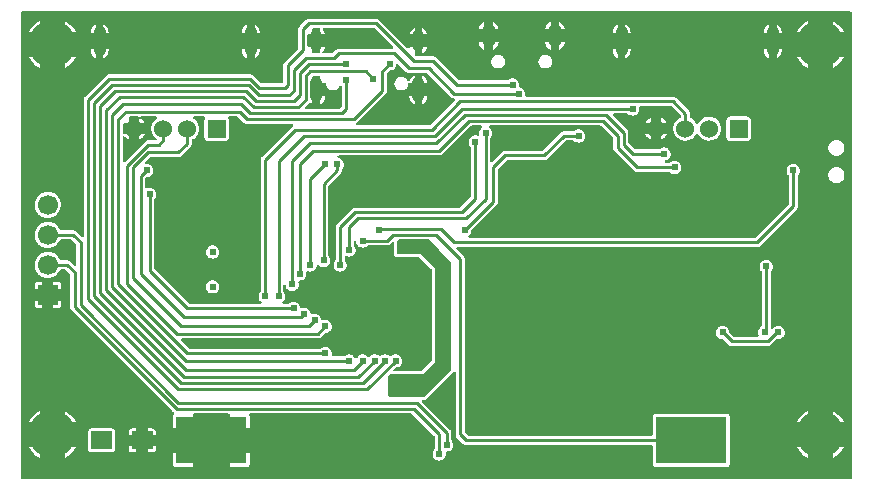
<source format=gbl>
G04 Layer: BottomLayer*
G04 EasyEDA v6.5.1, 2022-04-03 23:05:39*
G04 0caac7c7161345fe919d254c63c90933,10*
G04 Gerber Generator version 0.2*
G04 Scale: 100 percent, Rotated: No, Reflected: No *
G04 Dimensions in millimeters *
G04 leading zeros omitted , absolute positions ,4 integer and 5 decimal *
%FSLAX45Y45*%
%MOMM*%

%ADD10C,0.2540*%
%ADD12C,1.0000*%
%ADD16C,0.6096*%
%ADD39R,1.7000X1.7000*%
%ADD40C,1.7000*%
%ADD41C,1.5240*%
%ADD42R,1.5240X1.5240*%
%ADD43C,4.0000*%
%ADD44R,6.0000X4.0000*%
%ADD46C,1.1999*%

%LPD*%
G36*
X810768Y1651507D02*
G01*
X806856Y1652270D01*
X803605Y1654505D01*
X801370Y1657756D01*
X800608Y1661668D01*
X800608Y5602732D01*
X801370Y5606643D01*
X803605Y5609894D01*
X806856Y5612130D01*
X810768Y5612892D01*
X7825231Y5612892D01*
X7829143Y5612130D01*
X7832394Y5609894D01*
X7834630Y5606643D01*
X7835392Y5602732D01*
X7835392Y1661668D01*
X7834630Y1657756D01*
X7832394Y1654505D01*
X7829143Y1652270D01*
X7825231Y1651507D01*
G37*

%LPC*%
G36*
X4677714Y5464403D02*
G01*
X4725466Y5464403D01*
X4725466Y5525820D01*
X4715357Y5520334D01*
X4705553Y5512968D01*
X4696917Y5504281D01*
X4689551Y5494477D01*
X4683658Y5483758D01*
X4679391Y5472277D01*
G37*
G36*
X2113584Y1755292D02*
G01*
X2256637Y1755292D01*
X2256637Y1874824D01*
X2087118Y1874824D01*
X2087118Y1781759D01*
X2087829Y1775460D01*
X2089708Y1769973D01*
X2092807Y1765096D01*
X2096871Y1760982D01*
X2101799Y1757934D01*
X2107234Y1756003D01*
G37*
G36*
X6177584Y1755292D02*
G01*
X6776415Y1755292D01*
X6782765Y1756003D01*
X6788200Y1757934D01*
X6793128Y1760982D01*
X6797192Y1765096D01*
X6800291Y1769973D01*
X6802170Y1775460D01*
X6802932Y1781759D01*
X6802932Y2180640D01*
X6802170Y2186940D01*
X6800291Y2192426D01*
X6797192Y2197303D01*
X6793128Y2201418D01*
X6788200Y2204466D01*
X6782765Y2206396D01*
X6776415Y2207107D01*
X6177584Y2207107D01*
X6171234Y2206396D01*
X6165799Y2204466D01*
X6160871Y2201418D01*
X6156807Y2197303D01*
X6153708Y2192426D01*
X6151829Y2186940D01*
X6151118Y2180640D01*
X6151118Y2029968D01*
X6150305Y2026056D01*
X6148120Y2022805D01*
X6144818Y2020570D01*
X6140958Y2019807D01*
X4592218Y2019807D01*
X4588306Y2020570D01*
X4585004Y2022805D01*
X4562805Y2045004D01*
X4560570Y2048306D01*
X4559808Y2052218D01*
X4559808Y3517392D01*
X4558995Y3525418D01*
X4556810Y3532632D01*
X4553254Y3539337D01*
X4548124Y3545535D01*
X4492040Y3601669D01*
X4489856Y3604920D01*
X4489094Y3608832D01*
X4489856Y3612743D01*
X4492040Y3615994D01*
X4495342Y3618229D01*
X4499254Y3618992D01*
X7035292Y3618992D01*
X7043318Y3619804D01*
X7050531Y3621989D01*
X7057237Y3625545D01*
X7063435Y3630676D01*
X7367524Y3934764D01*
X7372654Y3940962D01*
X7376210Y3947668D01*
X7378395Y3954881D01*
X7379208Y3962908D01*
X7379208Y4222191D01*
X7379970Y4226102D01*
X7382205Y4229404D01*
X7383780Y4230979D01*
X7389418Y4239006D01*
X7393533Y4247946D01*
X7396073Y4257395D01*
X7396937Y4267200D01*
X7396073Y4277004D01*
X7393533Y4286453D01*
X7389418Y4295394D01*
X7383780Y4303420D01*
X7376820Y4310380D01*
X7368794Y4316018D01*
X7359853Y4320133D01*
X7350404Y4322673D01*
X7340600Y4323537D01*
X7330795Y4322673D01*
X7321346Y4320133D01*
X7312406Y4316018D01*
X7304379Y4310380D01*
X7297420Y4303420D01*
X7291781Y4295394D01*
X7287666Y4286453D01*
X7285126Y4277004D01*
X7284262Y4267200D01*
X7285126Y4257395D01*
X7287666Y4247946D01*
X7291781Y4239006D01*
X7297420Y4230979D01*
X7298994Y4229404D01*
X7301230Y4226102D01*
X7301992Y4222191D01*
X7301992Y3982618D01*
X7301230Y3978706D01*
X7298994Y3975404D01*
X7022795Y3699205D01*
X7019493Y3696970D01*
X7015581Y3696208D01*
X4599432Y3696208D01*
X4595266Y3697122D01*
X4591862Y3699611D01*
X4589729Y3703320D01*
X4589322Y3707536D01*
X4590694Y3711600D01*
X4593590Y3714699D01*
X4595520Y3716020D01*
X4602480Y3722979D01*
X4608118Y3731006D01*
X4612233Y3739946D01*
X4614773Y3749395D01*
X4615484Y3757422D01*
X4616399Y3760825D01*
X4618431Y3763721D01*
X4827524Y3972864D01*
X4832654Y3979062D01*
X4836210Y3985768D01*
X4838395Y3992981D01*
X4839208Y4001008D01*
X4839208Y4272381D01*
X4839970Y4276293D01*
X4842205Y4279595D01*
X4915204Y4352594D01*
X4918506Y4354830D01*
X4922418Y4355592D01*
X5231892Y4355592D01*
X5239918Y4356404D01*
X5247132Y4358589D01*
X5253837Y4362145D01*
X5260035Y4367276D01*
X5410504Y4517694D01*
X5413806Y4519930D01*
X5417718Y4520692D01*
X5479491Y4520692D01*
X5483402Y4519930D01*
X5486704Y4517694D01*
X5488279Y4516120D01*
X5496306Y4510481D01*
X5505246Y4506366D01*
X5514695Y4503826D01*
X5524500Y4502962D01*
X5534304Y4503826D01*
X5543753Y4506366D01*
X5552694Y4510481D01*
X5560720Y4516120D01*
X5567680Y4523079D01*
X5573318Y4531106D01*
X5577433Y4540046D01*
X5579973Y4549495D01*
X5580837Y4559300D01*
X5579973Y4569104D01*
X5577433Y4578553D01*
X5573318Y4587494D01*
X5567680Y4595520D01*
X5560720Y4602480D01*
X5552694Y4608118D01*
X5543753Y4612233D01*
X5534304Y4614773D01*
X5524500Y4615637D01*
X5514695Y4614773D01*
X5505246Y4612233D01*
X5496306Y4608118D01*
X5488279Y4602480D01*
X5486704Y4600905D01*
X5483402Y4598670D01*
X5479491Y4597908D01*
X5398008Y4597908D01*
X5389981Y4597095D01*
X5382768Y4594910D01*
X5376062Y4591354D01*
X5369864Y4586224D01*
X5219395Y4435805D01*
X5216093Y4433570D01*
X5212181Y4432808D01*
X4902708Y4432808D01*
X4894681Y4431995D01*
X4887468Y4429810D01*
X4880762Y4426254D01*
X4874564Y4421124D01*
X4793030Y4339640D01*
X4789779Y4337456D01*
X4785868Y4336694D01*
X4781956Y4337456D01*
X4778705Y4339640D01*
X4776470Y4342942D01*
X4775708Y4346854D01*
X4775708Y4539691D01*
X4776470Y4543602D01*
X4778705Y4546904D01*
X4780280Y4548479D01*
X4785918Y4556506D01*
X4790033Y4565446D01*
X4792573Y4574895D01*
X4793437Y4584700D01*
X4792573Y4594504D01*
X4790033Y4603953D01*
X4785918Y4612894D01*
X4780280Y4620920D01*
X4773320Y4627880D01*
X4771390Y4629200D01*
X4768494Y4632299D01*
X4767122Y4636363D01*
X4767529Y4640580D01*
X4769662Y4644288D01*
X4773066Y4646777D01*
X4777232Y4647692D01*
X5707481Y4647692D01*
X5711393Y4646930D01*
X5714695Y4644694D01*
X5813094Y4546295D01*
X5815330Y4542993D01*
X5816092Y4539081D01*
X5816092Y4458208D01*
X5816904Y4450181D01*
X5819089Y4442968D01*
X5822645Y4436262D01*
X5827776Y4430064D01*
X5992164Y4265676D01*
X5998362Y4260545D01*
X6005068Y4256989D01*
X6012281Y4254804D01*
X6020308Y4253992D01*
X6292291Y4253992D01*
X6296202Y4253230D01*
X6299504Y4250994D01*
X6301079Y4249420D01*
X6309106Y4243781D01*
X6318046Y4239666D01*
X6327495Y4237126D01*
X6337300Y4236262D01*
X6347104Y4237126D01*
X6356553Y4239666D01*
X6365494Y4243781D01*
X6373520Y4249420D01*
X6380480Y4256379D01*
X6386118Y4264406D01*
X6390233Y4273346D01*
X6392773Y4282795D01*
X6393637Y4292600D01*
X6392773Y4302404D01*
X6390233Y4311853D01*
X6386118Y4320794D01*
X6380480Y4328820D01*
X6373520Y4335780D01*
X6365494Y4341418D01*
X6356553Y4345533D01*
X6347104Y4348073D01*
X6337300Y4348937D01*
X6327495Y4348073D01*
X6318046Y4345533D01*
X6309106Y4341418D01*
X6301079Y4335780D01*
X6299504Y4334205D01*
X6296202Y4331970D01*
X6292291Y4331208D01*
X6259982Y4331208D01*
X6255918Y4332071D01*
X6252514Y4334459D01*
X6250381Y4338015D01*
X6249822Y4342130D01*
X6250990Y4346092D01*
X6253632Y4349292D01*
X6257340Y4351172D01*
X6267653Y4353966D01*
X6276594Y4358081D01*
X6284620Y4363720D01*
X6291580Y4370679D01*
X6297218Y4378706D01*
X6301333Y4387646D01*
X6303873Y4397095D01*
X6304737Y4406900D01*
X6303873Y4416704D01*
X6301333Y4426153D01*
X6297218Y4435094D01*
X6291580Y4443120D01*
X6284620Y4450080D01*
X6276594Y4455718D01*
X6267653Y4459833D01*
X6258204Y4462373D01*
X6248400Y4463237D01*
X6238595Y4462373D01*
X6229146Y4459833D01*
X6220206Y4455718D01*
X6212179Y4450080D01*
X6210604Y4448505D01*
X6207302Y4446270D01*
X6203391Y4445508D01*
X6001918Y4445508D01*
X5998006Y4446270D01*
X5994704Y4448505D01*
X5947105Y4496104D01*
X5944870Y4499406D01*
X5944108Y4503318D01*
X5944108Y4584192D01*
X5943295Y4592218D01*
X5941110Y4599432D01*
X5937554Y4606137D01*
X5932424Y4612335D01*
X5812840Y4731969D01*
X5810656Y4735220D01*
X5809894Y4739132D01*
X5810656Y4743043D01*
X5812840Y4746294D01*
X5816142Y4748530D01*
X5820054Y4749292D01*
X5936691Y4749292D01*
X5940602Y4748530D01*
X5943904Y4746294D01*
X5945479Y4744720D01*
X5953506Y4739081D01*
X5962446Y4734966D01*
X5971895Y4732426D01*
X5981700Y4731562D01*
X5991504Y4732426D01*
X6000953Y4734966D01*
X6009894Y4739081D01*
X6017920Y4744720D01*
X6024880Y4751679D01*
X6030518Y4759706D01*
X6034633Y4768646D01*
X6037173Y4778095D01*
X6038037Y4787900D01*
X6037173Y4797704D01*
X6036564Y4799990D01*
X6036259Y4803698D01*
X6037326Y4807254D01*
X6039612Y4810201D01*
X6042761Y4812131D01*
X6046368Y4812792D01*
X6304381Y4812792D01*
X6308293Y4812030D01*
X6311595Y4809794D01*
X6386118Y4735271D01*
X6388354Y4731969D01*
X6389116Y4728057D01*
X6389116Y4721910D01*
X6388404Y4718151D01*
X6386322Y4714951D01*
X6383223Y4712716D01*
X6378702Y4710633D01*
X6367221Y4703267D01*
X6356807Y4694478D01*
X6347663Y4684369D01*
X6339941Y4673142D01*
X6333794Y4660950D01*
X6329324Y4648047D01*
X6326632Y4634687D01*
X6325717Y4621072D01*
X6326632Y4607509D01*
X6329324Y4594148D01*
X6333794Y4581245D01*
X6339941Y4569053D01*
X6347663Y4557826D01*
X6356807Y4547717D01*
X6367221Y4538929D01*
X6378702Y4531563D01*
X6391097Y4525822D01*
X6404102Y4521809D01*
X6417564Y4519523D01*
X6431178Y4519066D01*
X6444792Y4520438D01*
X6458051Y4523587D01*
X6470751Y4528515D01*
X6482740Y4535068D01*
X6493713Y4543145D01*
X6503517Y4552645D01*
X6511950Y4563313D01*
X6519164Y4575505D01*
X6522110Y4578705D01*
X6526123Y4580331D01*
X6530390Y4580178D01*
X6534251Y4578299D01*
X6536994Y4574946D01*
X6539941Y4569053D01*
X6547662Y4557826D01*
X6556806Y4547717D01*
X6567220Y4538929D01*
X6578701Y4531563D01*
X6591096Y4525822D01*
X6604101Y4521809D01*
X6617563Y4519523D01*
X6631178Y4519066D01*
X6644792Y4520438D01*
X6658051Y4523587D01*
X6670751Y4528515D01*
X6682740Y4535068D01*
X6693712Y4543145D01*
X6703517Y4552645D01*
X6711950Y4563313D01*
X6718909Y4575048D01*
X6724243Y4587595D01*
X6727850Y4600752D01*
X6729628Y4614265D01*
X6729628Y4627930D01*
X6727850Y4641443D01*
X6724243Y4654600D01*
X6718909Y4667148D01*
X6711950Y4678883D01*
X6703517Y4689551D01*
X6693712Y4699050D01*
X6682740Y4707128D01*
X6670751Y4713681D01*
X6658051Y4718608D01*
X6644792Y4721758D01*
X6631178Y4723130D01*
X6617563Y4722672D01*
X6604101Y4720386D01*
X6591096Y4716373D01*
X6578701Y4710633D01*
X6567220Y4703267D01*
X6556806Y4694478D01*
X6547662Y4684369D01*
X6539941Y4673142D01*
X6536994Y4667250D01*
X6534251Y4663897D01*
X6530390Y4662017D01*
X6526123Y4661865D01*
X6522110Y4663490D01*
X6519164Y4666640D01*
X6511950Y4678883D01*
X6503517Y4689551D01*
X6493713Y4699050D01*
X6482740Y4707128D01*
X6471615Y4713224D01*
X6468821Y4715510D01*
X6466992Y4718608D01*
X6466332Y4722164D01*
X6466332Y4747768D01*
X6465519Y4755794D01*
X6463334Y4763008D01*
X6459778Y4769713D01*
X6454648Y4775911D01*
X6352235Y4878324D01*
X6346037Y4883454D01*
X6339332Y4887010D01*
X6332118Y4889195D01*
X6324092Y4890008D01*
X5081168Y4890008D01*
X5077561Y4890668D01*
X5074412Y4892598D01*
X5072126Y4895545D01*
X5071059Y4899101D01*
X5071364Y4902809D01*
X5071973Y4905095D01*
X5072837Y4914900D01*
X5071973Y4924704D01*
X5069433Y4934153D01*
X5065318Y4943094D01*
X5059680Y4951120D01*
X5052720Y4958080D01*
X5044694Y4963718D01*
X5035753Y4967833D01*
X5028590Y4969764D01*
X5025390Y4971237D01*
X5022900Y4973777D01*
X5021427Y4976977D01*
X5021122Y4980482D01*
X5022037Y4991100D01*
X5021173Y5000904D01*
X5018633Y5010353D01*
X5014518Y5019294D01*
X5008880Y5027320D01*
X5001920Y5034280D01*
X4993894Y5039918D01*
X4984953Y5044033D01*
X4975504Y5046573D01*
X4965700Y5047437D01*
X4955895Y5046573D01*
X4946446Y5044033D01*
X4937506Y5039918D01*
X4929479Y5034280D01*
X4927904Y5032705D01*
X4924602Y5030470D01*
X4920691Y5029708D01*
X4516018Y5029708D01*
X4512106Y5030470D01*
X4508804Y5032705D01*
X4320235Y5221224D01*
X4314037Y5226354D01*
X4307332Y5229910D01*
X4300118Y5232095D01*
X4292092Y5232908D01*
X4147718Y5232908D01*
X4143806Y5233670D01*
X4140504Y5235905D01*
X4137456Y5238953D01*
X4135221Y5242255D01*
X4134459Y5246166D01*
X4134459Y5315712D01*
X4090771Y5315712D01*
X4091838Y5311089D01*
X4091889Y5306771D01*
X4090111Y5302808D01*
X4086860Y5299964D01*
X4082694Y5298694D01*
X4078376Y5299303D01*
X4074769Y5301640D01*
X3837635Y5538724D01*
X3831437Y5543854D01*
X3824732Y5547410D01*
X3817518Y5549595D01*
X3809492Y5550408D01*
X3239008Y5550408D01*
X3230981Y5549595D01*
X3223768Y5547410D01*
X3217062Y5543854D01*
X3210864Y5538724D01*
X3160776Y5488635D01*
X3155645Y5482437D01*
X3152089Y5475732D01*
X3149904Y5468518D01*
X3149092Y5460492D01*
X3149092Y5303418D01*
X3148330Y5299506D01*
X3146094Y5296204D01*
X3033776Y5183835D01*
X3028645Y5177637D01*
X3025089Y5170932D01*
X3022904Y5163718D01*
X3022092Y5155692D01*
X3022092Y5014468D01*
X3021330Y5010556D01*
X3019094Y5007305D01*
X3015843Y5005070D01*
X3011932Y5004308D01*
X2839618Y5004308D01*
X2835706Y5005070D01*
X2832404Y5007305D01*
X2770835Y5068824D01*
X2764637Y5073954D01*
X2757932Y5077510D01*
X2750718Y5079695D01*
X2742692Y5080508D01*
X1549908Y5080508D01*
X1541881Y5079695D01*
X1534668Y5077510D01*
X1527962Y5073954D01*
X1521764Y5068824D01*
X1344676Y4891735D01*
X1339545Y4885537D01*
X1335989Y4878832D01*
X1333804Y4871618D01*
X1332992Y4863592D01*
X1332992Y3711854D01*
X1332230Y3707942D01*
X1329994Y3704640D01*
X1326743Y3702456D01*
X1322832Y3701694D01*
X1318920Y3702456D01*
X1315669Y3704640D01*
X1272235Y3748024D01*
X1266037Y3753154D01*
X1259332Y3756710D01*
X1252118Y3758895D01*
X1244092Y3759708D01*
X1139494Y3759708D01*
X1135888Y3760368D01*
X1132738Y3762298D01*
X1130452Y3765194D01*
X1123543Y3778605D01*
X1115415Y3790238D01*
X1105865Y3800754D01*
X1095044Y3809949D01*
X1083106Y3817721D01*
X1070305Y3823868D01*
X1056843Y3828338D01*
X1042873Y3831082D01*
X1028700Y3831996D01*
X1014526Y3831082D01*
X1000556Y3828338D01*
X987094Y3823868D01*
X974293Y3817721D01*
X962355Y3809949D01*
X951534Y3800754D01*
X941984Y3790238D01*
X933856Y3778605D01*
X927303Y3766007D01*
X922375Y3752646D01*
X919226Y3738778D01*
X917854Y3724656D01*
X918311Y3710432D01*
X920597Y3696411D01*
X924661Y3682796D01*
X930402Y3669792D01*
X937768Y3657650D01*
X946607Y3646525D01*
X956818Y3636670D01*
X968197Y3628186D01*
X980592Y3621176D01*
X993749Y3615842D01*
X1007516Y3612235D01*
X1021587Y3610457D01*
X1035812Y3610457D01*
X1049883Y3612235D01*
X1063650Y3615842D01*
X1076807Y3621176D01*
X1089202Y3628186D01*
X1100582Y3636670D01*
X1110792Y3646525D01*
X1119632Y3657650D01*
X1126998Y3669792D01*
X1129944Y3676446D01*
X1132179Y3679647D01*
X1135430Y3681729D01*
X1139240Y3682492D01*
X1224381Y3682492D01*
X1228293Y3681729D01*
X1231595Y3679494D01*
X1266494Y3644595D01*
X1268730Y3641293D01*
X1269492Y3637381D01*
X1269492Y3470554D01*
X1268730Y3466642D01*
X1266494Y3463340D01*
X1263243Y3461156D01*
X1259332Y3460394D01*
X1255420Y3461156D01*
X1252169Y3463340D01*
X1221435Y3494024D01*
X1215237Y3499154D01*
X1208532Y3502710D01*
X1201318Y3504895D01*
X1193292Y3505708D01*
X1139494Y3505708D01*
X1135888Y3506368D01*
X1132738Y3508298D01*
X1130452Y3511194D01*
X1123543Y3524605D01*
X1115415Y3536238D01*
X1105865Y3546754D01*
X1095044Y3555949D01*
X1083106Y3563721D01*
X1070305Y3569868D01*
X1056843Y3574338D01*
X1042873Y3577082D01*
X1028700Y3577996D01*
X1014526Y3577082D01*
X1000556Y3574338D01*
X987094Y3569868D01*
X974293Y3563721D01*
X962355Y3555949D01*
X951534Y3546754D01*
X941984Y3536238D01*
X933856Y3524605D01*
X927303Y3512007D01*
X922375Y3498646D01*
X919226Y3484778D01*
X917854Y3470656D01*
X918311Y3456432D01*
X920597Y3442411D01*
X924661Y3428796D01*
X930402Y3415792D01*
X937768Y3403650D01*
X946607Y3392525D01*
X956818Y3382670D01*
X968197Y3374186D01*
X980592Y3367176D01*
X993749Y3361842D01*
X1007516Y3358235D01*
X1021587Y3356457D01*
X1035812Y3356457D01*
X1049883Y3358235D01*
X1063650Y3361842D01*
X1076807Y3367176D01*
X1089202Y3374186D01*
X1100582Y3382670D01*
X1110792Y3392525D01*
X1119632Y3403650D01*
X1126998Y3415792D01*
X1129944Y3422446D01*
X1132179Y3425647D01*
X1135430Y3427729D01*
X1139240Y3428492D01*
X1173581Y3428492D01*
X1177493Y3427729D01*
X1180795Y3425494D01*
X1215694Y3390595D01*
X1217930Y3387293D01*
X1218692Y3383381D01*
X1218692Y3112008D01*
X1219504Y3103981D01*
X1221689Y3096768D01*
X1225245Y3090062D01*
X1230376Y3083864D01*
X2093264Y2220976D01*
X2097430Y2217521D01*
X2100072Y2214219D01*
X2101138Y2210104D01*
X2100427Y2205939D01*
X2098040Y2202383D01*
X2092756Y2197252D01*
X2089708Y2192426D01*
X2087829Y2186940D01*
X2087118Y2180640D01*
X2087118Y2087524D01*
X2256637Y2087524D01*
X2256637Y2199132D01*
X2257399Y2203043D01*
X2259634Y2206294D01*
X2262936Y2208530D01*
X2266797Y2209292D01*
X2559202Y2209292D01*
X2563063Y2208530D01*
X2566365Y2206294D01*
X2568600Y2203043D01*
X2569362Y2199132D01*
X2569362Y2087524D01*
X2738932Y2087524D01*
X2738932Y2180640D01*
X2738170Y2186940D01*
X2736291Y2192426D01*
X2735478Y2193747D01*
X2734005Y2197760D01*
X2734310Y2202078D01*
X2736392Y2205837D01*
X2739847Y2208377D01*
X2744063Y2209292D01*
X4107281Y2209292D01*
X4111193Y2208530D01*
X4114495Y2206294D01*
X4301794Y2018995D01*
X4304030Y2015693D01*
X4304792Y2011781D01*
X4304792Y1911908D01*
X4304030Y1907997D01*
X4301794Y1904695D01*
X4300220Y1903120D01*
X4294581Y1895093D01*
X4290466Y1886153D01*
X4287926Y1876704D01*
X4287062Y1866900D01*
X4287926Y1857095D01*
X4290466Y1847646D01*
X4294581Y1838706D01*
X4300220Y1830679D01*
X4307179Y1823720D01*
X4315206Y1818081D01*
X4324146Y1813966D01*
X4333595Y1811426D01*
X4343400Y1810562D01*
X4353204Y1811426D01*
X4362653Y1813966D01*
X4371594Y1818081D01*
X4379620Y1823720D01*
X4386580Y1830679D01*
X4392218Y1838706D01*
X4396333Y1847646D01*
X4398873Y1857095D01*
X4399737Y1866900D01*
X4398975Y1875840D01*
X4399381Y1879803D01*
X4401312Y1883257D01*
X4404410Y1885746D01*
X4408220Y1886864D01*
X4416704Y1887626D01*
X4426153Y1890166D01*
X4435094Y1894281D01*
X4443120Y1899920D01*
X4450080Y1906879D01*
X4455718Y1914906D01*
X4459833Y1923846D01*
X4462373Y1933295D01*
X4463237Y1943100D01*
X4462373Y1952904D01*
X4459833Y1962353D01*
X4455718Y1971293D01*
X4450080Y1979320D01*
X4448505Y1980895D01*
X4446270Y1984197D01*
X4445508Y1988108D01*
X4445508Y2044192D01*
X4444695Y2052218D01*
X4442510Y2059432D01*
X4438954Y2066137D01*
X4433824Y2072335D01*
X4199940Y2306269D01*
X4197756Y2309520D01*
X4196994Y2313432D01*
X4197756Y2317343D01*
X4199940Y2320594D01*
X4203242Y2322830D01*
X4207154Y2323592D01*
X4216095Y2323592D01*
X4222140Y2324252D01*
X4227626Y2326182D01*
X4232554Y2329281D01*
X4234942Y2331364D01*
X4463135Y2559558D01*
X4464862Y2561539D01*
X4468114Y2563926D01*
X4472076Y2564892D01*
X4476038Y2564231D01*
X4479493Y2562047D01*
X4481779Y2558745D01*
X4482592Y2554732D01*
X4482592Y2032507D01*
X4483404Y2024481D01*
X4485589Y2017268D01*
X4489145Y2010562D01*
X4494276Y2004364D01*
X4544364Y1954275D01*
X4550562Y1949145D01*
X4557268Y1945589D01*
X4564481Y1943404D01*
X4572508Y1942592D01*
X6140958Y1942592D01*
X6144818Y1941830D01*
X6148120Y1939594D01*
X6150305Y1936343D01*
X6151118Y1932432D01*
X6151118Y1781759D01*
X6151829Y1775460D01*
X6153708Y1769973D01*
X6156807Y1765096D01*
X6160871Y1760982D01*
X6165799Y1757934D01*
X6171234Y1756003D01*
G37*
G36*
X5237886Y5464403D02*
G01*
X5285638Y5464403D01*
X5285638Y5525770D01*
X5275580Y5520283D01*
X5265775Y5512917D01*
X5257088Y5504281D01*
X5249773Y5494477D01*
X5243880Y5483707D01*
X5239613Y5472226D01*
G37*
G36*
X7675575Y1832914D02*
G01*
X7688122Y1839925D01*
X7705344Y1851710D01*
X7721396Y1865071D01*
X7736128Y1879803D01*
X7749489Y1895856D01*
X7761274Y1913077D01*
X7768285Y1925624D01*
X7675575Y1925624D01*
G37*
G36*
X1173175Y1832914D02*
G01*
X1185722Y1839925D01*
X1202944Y1851710D01*
X1218996Y1865071D01*
X1233728Y1879803D01*
X1247089Y1895856D01*
X1258874Y1913077D01*
X1265885Y1925624D01*
X1173175Y1925624D01*
G37*
G36*
X960475Y1832914D02*
G01*
X960475Y1925624D01*
X867714Y1925624D01*
X874725Y1913077D01*
X886510Y1895856D01*
X899871Y1879803D01*
X914603Y1865071D01*
X930656Y1851710D01*
X947877Y1839925D01*
G37*
G36*
X7462875Y1832914D02*
G01*
X7462875Y1925624D01*
X7370114Y1925624D01*
X7377125Y1913077D01*
X7388910Y1895856D01*
X7402271Y1879803D01*
X7417003Y1865071D01*
X7433056Y1851710D01*
X7450277Y1839925D01*
G37*
G36*
X1741881Y1880311D02*
G01*
X1778711Y1880311D01*
X1778711Y1937359D01*
X1715414Y1937359D01*
X1715414Y1906778D01*
X1716125Y1900428D01*
X1718005Y1894992D01*
X1721104Y1890064D01*
X1725168Y1886000D01*
X1730095Y1882902D01*
X1735531Y1881022D01*
G37*
G36*
X1878888Y1880311D02*
G01*
X1915718Y1880311D01*
X1922068Y1881022D01*
X1927504Y1882902D01*
X1932432Y1886000D01*
X1936496Y1890064D01*
X1939594Y1894992D01*
X1941474Y1900428D01*
X1942185Y1906778D01*
X1942185Y1937359D01*
X1878888Y1937359D01*
G37*
G36*
X1398981Y1880311D02*
G01*
X1572818Y1880311D01*
X1579168Y1881022D01*
X1584604Y1882902D01*
X1589532Y1886000D01*
X1593596Y1890064D01*
X1596694Y1894992D01*
X1598574Y1900428D01*
X1599285Y1906778D01*
X1599285Y2055622D01*
X1598574Y2061972D01*
X1596694Y2067407D01*
X1593596Y2072335D01*
X1589532Y2076399D01*
X1584604Y2079498D01*
X1579168Y2081377D01*
X1572818Y2082088D01*
X1398981Y2082088D01*
X1392631Y2081377D01*
X1387195Y2079498D01*
X1382268Y2076399D01*
X1378204Y2072335D01*
X1375105Y2067407D01*
X1373225Y2061972D01*
X1372514Y2055622D01*
X1372514Y1906778D01*
X1373225Y1900428D01*
X1375105Y1894992D01*
X1378204Y1890064D01*
X1382268Y1886000D01*
X1387195Y1882902D01*
X1392631Y1881022D01*
G37*
G36*
X5358333Y5464403D02*
G01*
X5406085Y5464403D01*
X5404408Y5472226D01*
X5400141Y5483707D01*
X5394248Y5494477D01*
X5386882Y5504281D01*
X5378246Y5512917D01*
X5368442Y5520283D01*
X5358333Y5525770D01*
G37*
G36*
X1715414Y2025040D02*
G01*
X1778711Y2025040D01*
X1778711Y2082088D01*
X1741881Y2082088D01*
X1735531Y2081377D01*
X1730095Y2079498D01*
X1725168Y2076399D01*
X1721104Y2072335D01*
X1718005Y2067407D01*
X1716125Y2061972D01*
X1715414Y2055622D01*
G37*
G36*
X1878888Y2025040D02*
G01*
X1942185Y2025040D01*
X1942185Y2055622D01*
X1941474Y2061972D01*
X1939594Y2067407D01*
X1936496Y2072335D01*
X1932432Y2076399D01*
X1927504Y2079498D01*
X1922068Y2081377D01*
X1915718Y2082088D01*
X1878888Y2082088D01*
G37*
G36*
X4798161Y5464403D02*
G01*
X4845913Y5464403D01*
X4844186Y5472277D01*
X4839919Y5483758D01*
X4834026Y5494477D01*
X4826711Y5504281D01*
X4818024Y5512968D01*
X4808220Y5520334D01*
X4798161Y5525820D01*
G37*
G36*
X1173175Y5440324D02*
G01*
X1265885Y5440324D01*
X1258874Y5452922D01*
X1247089Y5470144D01*
X1233728Y5486196D01*
X1218996Y5500928D01*
X1202944Y5514289D01*
X1185722Y5526074D01*
X1173175Y5533085D01*
G37*
G36*
X7370114Y2138324D02*
G01*
X7462875Y2138324D01*
X7462875Y2231085D01*
X7450277Y2224074D01*
X7433056Y2212289D01*
X7417003Y2198928D01*
X7402271Y2184196D01*
X7388910Y2168144D01*
X7377125Y2150922D01*
G37*
G36*
X7675575Y2138324D02*
G01*
X7768285Y2138324D01*
X7761274Y2150922D01*
X7749489Y2168144D01*
X7736128Y2184196D01*
X7721396Y2198928D01*
X7705344Y2212289D01*
X7688122Y2224074D01*
X7675575Y2231085D01*
G37*
G36*
X1173175Y2138324D02*
G01*
X1265885Y2138324D01*
X1258874Y2150922D01*
X1247089Y2168144D01*
X1233728Y2184196D01*
X1218996Y2198928D01*
X1202944Y2212289D01*
X1185722Y2224074D01*
X1173175Y2231085D01*
G37*
G36*
X867714Y2138324D02*
G01*
X960475Y2138324D01*
X960475Y2231085D01*
X947877Y2224074D01*
X930656Y2212289D01*
X914603Y2198928D01*
X899871Y2184196D01*
X886510Y2168144D01*
X874725Y2150922D01*
G37*
G36*
X867714Y5440324D02*
G01*
X960475Y5440324D01*
X960475Y5533085D01*
X947877Y5526074D01*
X930656Y5514289D01*
X914603Y5500928D01*
X899871Y5486196D01*
X886510Y5470144D01*
X874725Y5452922D01*
G37*
G36*
X7675575Y5440324D02*
G01*
X7768285Y5440324D01*
X7761274Y5452922D01*
X7749489Y5470144D01*
X7736128Y5486196D01*
X7721396Y5500928D01*
X7705344Y5514289D01*
X7688122Y5526074D01*
X7675575Y5533085D01*
G37*
G36*
X7370114Y5440324D02*
G01*
X7462875Y5440324D01*
X7462875Y5533085D01*
X7450277Y5526074D01*
X7433056Y5514289D01*
X7417003Y5500928D01*
X7402271Y5486196D01*
X7388910Y5470144D01*
X7377125Y5452922D01*
G37*
G36*
X7199122Y5429961D02*
G01*
X7243724Y5429961D01*
X7243724Y5435701D01*
X7242809Y5447385D01*
X7240320Y5458460D01*
X7236155Y5469026D01*
X7230465Y5478830D01*
X7223404Y5487720D01*
X7215124Y5495391D01*
X7205725Y5501792D01*
X7199122Y5504992D01*
G37*
G36*
X5919165Y5429961D02*
G01*
X5963716Y5429961D01*
X5963716Y5435701D01*
X5962853Y5447385D01*
X5960313Y5458460D01*
X5956198Y5469026D01*
X5950508Y5478830D01*
X5943447Y5487720D01*
X5935116Y5495391D01*
X5925769Y5501792D01*
X5919165Y5504992D01*
G37*
G36*
X2779522Y5429961D02*
G01*
X2824124Y5429961D01*
X2824124Y5435701D01*
X2823210Y5447385D01*
X2820720Y5458460D01*
X2816555Y5469026D01*
X2810865Y5478830D01*
X2803804Y5487720D01*
X2795524Y5495391D01*
X2786126Y5501792D01*
X2779522Y5504992D01*
G37*
G36*
X5811926Y5429961D02*
G01*
X5856478Y5429961D01*
X5856478Y5504992D01*
X5849874Y5501792D01*
X5840476Y5495391D01*
X5832195Y5487720D01*
X5825134Y5478830D01*
X5819444Y5469026D01*
X5815279Y5458460D01*
X5812790Y5447385D01*
X5811926Y5435701D01*
G37*
G36*
X2672283Y5429961D02*
G01*
X2716834Y5429961D01*
X2716834Y5504992D01*
X2710230Y5501792D01*
X2700883Y5495391D01*
X2692552Y5487720D01*
X2685491Y5478830D01*
X2679801Y5469026D01*
X2675686Y5458460D01*
X2673146Y5447385D01*
X2672283Y5435701D01*
G37*
G36*
X6820408Y2780792D02*
G01*
X7124192Y2780792D01*
X7132218Y2781604D01*
X7139431Y2783789D01*
X7146137Y2787345D01*
X7152335Y2792476D01*
X7196988Y2837078D01*
X7200696Y2839415D01*
X7205014Y2840024D01*
X7213600Y2839262D01*
X7223404Y2840126D01*
X7232853Y2842666D01*
X7241794Y2846781D01*
X7249820Y2852420D01*
X7256780Y2859379D01*
X7262418Y2867406D01*
X7266533Y2876346D01*
X7269073Y2885795D01*
X7269937Y2895600D01*
X7269073Y2905404D01*
X7266533Y2914853D01*
X7262418Y2923794D01*
X7256780Y2931820D01*
X7249820Y2938780D01*
X7241794Y2944418D01*
X7232853Y2948533D01*
X7223404Y2951073D01*
X7213600Y2951937D01*
X7203795Y2951073D01*
X7194346Y2948533D01*
X7185406Y2944418D01*
X7177379Y2938780D01*
X7170420Y2931820D01*
X7169099Y2929890D01*
X7166000Y2926994D01*
X7161936Y2925622D01*
X7157720Y2926029D01*
X7154011Y2928162D01*
X7151522Y2931566D01*
X7150608Y2935732D01*
X7150608Y3409391D01*
X7151370Y3413302D01*
X7153605Y3416604D01*
X7155180Y3418179D01*
X7160818Y3426206D01*
X7164933Y3435146D01*
X7167473Y3444595D01*
X7168337Y3454400D01*
X7167473Y3464204D01*
X7164933Y3473653D01*
X7160818Y3482594D01*
X7155180Y3490620D01*
X7148220Y3497579D01*
X7140194Y3503218D01*
X7131253Y3507333D01*
X7121804Y3509873D01*
X7112000Y3510737D01*
X7102195Y3509873D01*
X7092746Y3507333D01*
X7083806Y3503218D01*
X7075779Y3497579D01*
X7068820Y3490620D01*
X7063181Y3482594D01*
X7059066Y3473653D01*
X7056526Y3464204D01*
X7055662Y3454400D01*
X7056526Y3444595D01*
X7059066Y3435146D01*
X7063181Y3426206D01*
X7068820Y3418179D01*
X7070394Y3416604D01*
X7072630Y3413302D01*
X7073392Y3409391D01*
X7073392Y2951276D01*
X7072884Y2948076D01*
X7071359Y2945231D01*
X7069074Y2942945D01*
X7063079Y2938780D01*
X7056120Y2931820D01*
X7050481Y2923794D01*
X7046366Y2914853D01*
X7043826Y2905404D01*
X7042962Y2895600D01*
X7043826Y2885795D01*
X7046366Y2876346D01*
X7048144Y2872486D01*
X7049109Y2868523D01*
X7048449Y2864510D01*
X7046264Y2861106D01*
X7042912Y2858820D01*
X7038949Y2858008D01*
X6840118Y2858008D01*
X6836206Y2858770D01*
X6832904Y2861005D01*
X6802831Y2891078D01*
X6800799Y2893974D01*
X6799884Y2897378D01*
X6799173Y2905404D01*
X6796633Y2914853D01*
X6792518Y2923794D01*
X6786880Y2931820D01*
X6779920Y2938780D01*
X6771894Y2944418D01*
X6762953Y2948533D01*
X6753504Y2951073D01*
X6743700Y2951937D01*
X6733895Y2951073D01*
X6724446Y2948533D01*
X6715506Y2944418D01*
X6707479Y2938780D01*
X6700520Y2931820D01*
X6694881Y2923794D01*
X6690766Y2914853D01*
X6688226Y2905404D01*
X6687362Y2895600D01*
X6688226Y2885795D01*
X6690766Y2876346D01*
X6694881Y2867406D01*
X6700520Y2859379D01*
X6707479Y2852420D01*
X6715506Y2846781D01*
X6724446Y2842666D01*
X6733895Y2840126D01*
X6741922Y2839415D01*
X6745325Y2838500D01*
X6748221Y2836468D01*
X6792264Y2792476D01*
X6798462Y2787345D01*
X6805168Y2783789D01*
X6812381Y2781604D01*
G37*
G36*
X7091883Y5429961D02*
G01*
X7136434Y5429961D01*
X7136434Y5504992D01*
X7129830Y5501792D01*
X7120483Y5495391D01*
X7112152Y5487720D01*
X7105091Y5478830D01*
X7099401Y5469026D01*
X7095286Y5458460D01*
X7092746Y5447385D01*
X7091883Y5435701D01*
G37*
G36*
X1392326Y5429961D02*
G01*
X1436878Y5429961D01*
X1436878Y5504992D01*
X1430274Y5501792D01*
X1420876Y5495391D01*
X1412595Y5487720D01*
X1405534Y5478830D01*
X1399844Y5469026D01*
X1395679Y5458460D01*
X1393190Y5447385D01*
X1392326Y5435701D01*
G37*
G36*
X1499565Y5429961D02*
G01*
X1544116Y5429961D01*
X1544116Y5435701D01*
X1543253Y5447385D01*
X1540713Y5458460D01*
X1536598Y5469026D01*
X1530908Y5478830D01*
X1523847Y5487720D01*
X1515516Y5495391D01*
X1506169Y5501792D01*
X1499565Y5504992D01*
G37*
G36*
X4197146Y5418378D02*
G01*
X4240834Y5418378D01*
X4238345Y5429402D01*
X4234180Y5439968D01*
X4228490Y5449773D01*
X4221429Y5458663D01*
X4213148Y5466384D01*
X4203750Y5472734D01*
X4197146Y5475935D01*
G37*
G36*
X4090771Y5418378D02*
G01*
X4134459Y5418378D01*
X4134459Y5475935D01*
X4127855Y5472734D01*
X4118508Y5466384D01*
X4110177Y5458663D01*
X4103115Y5449773D01*
X4097426Y5439968D01*
X4093311Y5429402D01*
G37*
G36*
X4725466Y5290312D02*
G01*
X4725466Y5351729D01*
X4677714Y5351729D01*
X4679391Y5343855D01*
X4683658Y5332374D01*
X4689551Y5321655D01*
X4696917Y5311800D01*
X4705553Y5303164D01*
X4715357Y5295798D01*
G37*
G36*
X1077569Y3102203D02*
G01*
X1113129Y3102203D01*
X1119428Y3102914D01*
X1124915Y3104794D01*
X1129792Y3107893D01*
X1133906Y3112008D01*
X1137005Y3116884D01*
X1138885Y3122371D01*
X1139596Y3128670D01*
X1139596Y3164230D01*
X1077569Y3164230D01*
G37*
G36*
X944270Y3102203D02*
G01*
X979830Y3102203D01*
X979830Y3164230D01*
X917803Y3164230D01*
X917803Y3128670D01*
X918514Y3122371D01*
X920394Y3116884D01*
X923493Y3112008D01*
X927608Y3107893D01*
X932484Y3104794D01*
X937971Y3102914D01*
G37*
G36*
X4798161Y5290312D02*
G01*
X4808220Y5295798D01*
X4818024Y5303164D01*
X4826711Y5311800D01*
X4834026Y5321655D01*
X4839919Y5332374D01*
X4844186Y5343855D01*
X4845913Y5351729D01*
X4798161Y5351729D01*
G37*
G36*
X5358333Y5290261D02*
G01*
X5368442Y5295798D01*
X5378246Y5303113D01*
X5386882Y5311800D01*
X5394248Y5321604D01*
X5400141Y5332374D01*
X5404408Y5343855D01*
X5406085Y5351678D01*
X5358333Y5351678D01*
G37*
G36*
X5285638Y5290261D02*
G01*
X5285638Y5351678D01*
X5237886Y5351678D01*
X5239613Y5343855D01*
X5243880Y5332374D01*
X5249773Y5321604D01*
X5257088Y5311800D01*
X5265775Y5303113D01*
X5275580Y5295798D01*
G37*
G36*
X4197146Y5258155D02*
G01*
X4203750Y5261305D01*
X4213148Y5267706D01*
X4221429Y5275427D01*
X4228490Y5284317D01*
X4234180Y5294122D01*
X4238345Y5304688D01*
X4240834Y5315712D01*
X4197146Y5315712D01*
G37*
G36*
X1077569Y3261969D02*
G01*
X1139596Y3261969D01*
X1139596Y3297529D01*
X1138885Y3303828D01*
X1137005Y3309315D01*
X1133906Y3314192D01*
X1129792Y3318306D01*
X1124915Y3321405D01*
X1119428Y3323285D01*
X1113129Y3323996D01*
X1077569Y3323996D01*
G37*
G36*
X917803Y3261969D02*
G01*
X979830Y3261969D01*
X979830Y3323996D01*
X944270Y3323996D01*
X937971Y3323285D01*
X932484Y3321405D01*
X927608Y3318306D01*
X923493Y3314192D01*
X920394Y3309315D01*
X918514Y3303828D01*
X917803Y3297529D01*
G37*
G36*
X7199122Y5217210D02*
G01*
X7205725Y5220360D01*
X7215124Y5226761D01*
X7223404Y5234482D01*
X7230465Y5243322D01*
X7236155Y5253177D01*
X7240320Y5263743D01*
X7242809Y5274767D01*
X7243724Y5286451D01*
X7243724Y5292242D01*
X7199122Y5292242D01*
G37*
G36*
X5856478Y5217210D02*
G01*
X5856478Y5292242D01*
X5811926Y5292242D01*
X5811926Y5286451D01*
X5812790Y5274767D01*
X5815279Y5263743D01*
X5819444Y5253177D01*
X5825134Y5243322D01*
X5832195Y5234482D01*
X5840476Y5226761D01*
X5849874Y5220360D01*
G37*
G36*
X2779522Y5217210D02*
G01*
X2786126Y5220360D01*
X2795524Y5226761D01*
X2803804Y5234482D01*
X2810865Y5243322D01*
X2816555Y5253177D01*
X2820720Y5263743D01*
X2823210Y5274767D01*
X2824124Y5286451D01*
X2824124Y5292242D01*
X2779522Y5292242D01*
G37*
G36*
X2716834Y5217210D02*
G01*
X2716834Y5292242D01*
X2672283Y5292242D01*
X2672283Y5286451D01*
X2673146Y5274767D01*
X2675686Y5263743D01*
X2679801Y5253177D01*
X2685491Y5243322D01*
X2692552Y5234482D01*
X2700883Y5226761D01*
X2710230Y5220360D01*
G37*
G36*
X5919165Y5217210D02*
G01*
X5925769Y5220360D01*
X5935116Y5226761D01*
X5943447Y5234482D01*
X5950508Y5243322D01*
X5956198Y5253177D01*
X5960313Y5263743D01*
X5962853Y5274767D01*
X5963716Y5286451D01*
X5963716Y5292242D01*
X5919165Y5292242D01*
G37*
G36*
X7136434Y5217210D02*
G01*
X7136434Y5292242D01*
X7091883Y5292242D01*
X7091883Y5286451D01*
X7092746Y5274767D01*
X7095286Y5263743D01*
X7099401Y5253177D01*
X7105091Y5243322D01*
X7112152Y5234482D01*
X7120483Y5226761D01*
X7129830Y5220360D01*
G37*
G36*
X1499565Y5217210D02*
G01*
X1506169Y5220360D01*
X1515516Y5226761D01*
X1523847Y5234482D01*
X1530908Y5243322D01*
X1536598Y5253177D01*
X1540713Y5263743D01*
X1543253Y5274767D01*
X1544116Y5286451D01*
X1544116Y5292242D01*
X1499565Y5292242D01*
G37*
G36*
X1436878Y5217210D02*
G01*
X1436878Y5292242D01*
X1392326Y5292242D01*
X1392326Y5286451D01*
X1393190Y5274767D01*
X1395679Y5263743D01*
X1399844Y5253177D01*
X1405534Y5243322D01*
X1412595Y5234482D01*
X1420876Y5226761D01*
X1430274Y5220360D01*
G37*
G36*
X7462875Y5134914D02*
G01*
X7462875Y5227624D01*
X7370114Y5227624D01*
X7377125Y5215077D01*
X7388910Y5197856D01*
X7402271Y5181803D01*
X7417003Y5167071D01*
X7433056Y5153710D01*
X7450277Y5141925D01*
G37*
G36*
X1173175Y5134914D02*
G01*
X1185722Y5141925D01*
X1202944Y5153710D01*
X1218996Y5167071D01*
X1233728Y5181803D01*
X1247089Y5197856D01*
X1258874Y5215077D01*
X1265885Y5227624D01*
X1173175Y5227624D01*
G37*
G36*
X960475Y5134914D02*
G01*
X960475Y5227624D01*
X867714Y5227624D01*
X874725Y5215077D01*
X886510Y5197856D01*
X899871Y5181803D01*
X914603Y5167071D01*
X930656Y5153710D01*
X947877Y5141925D01*
G37*
G36*
X1021587Y3864457D02*
G01*
X1035812Y3864457D01*
X1049883Y3866235D01*
X1063650Y3869842D01*
X1076807Y3875176D01*
X1089202Y3882186D01*
X1100582Y3890670D01*
X1110792Y3900525D01*
X1119632Y3911650D01*
X1126998Y3923792D01*
X1132789Y3936796D01*
X1136802Y3950411D01*
X1139088Y3964432D01*
X1139545Y3978656D01*
X1138174Y3992778D01*
X1135024Y4006646D01*
X1130096Y4020007D01*
X1123543Y4032605D01*
X1115415Y4044238D01*
X1105865Y4054754D01*
X1095044Y4063949D01*
X1083106Y4071721D01*
X1070305Y4077868D01*
X1056843Y4082338D01*
X1042873Y4085082D01*
X1028700Y4085996D01*
X1014526Y4085082D01*
X1000556Y4082338D01*
X987094Y4077868D01*
X974293Y4071721D01*
X962355Y4063949D01*
X951534Y4054754D01*
X941984Y4044238D01*
X933856Y4032605D01*
X927303Y4020007D01*
X922375Y4006646D01*
X919226Y3992778D01*
X917854Y3978656D01*
X918311Y3964432D01*
X920597Y3950411D01*
X924661Y3936796D01*
X930402Y3923792D01*
X937768Y3911650D01*
X946607Y3900525D01*
X956818Y3890670D01*
X968197Y3882186D01*
X980592Y3875176D01*
X993749Y3869842D01*
X1007516Y3866235D01*
G37*
G36*
X7675575Y5134914D02*
G01*
X7688122Y5141925D01*
X7705344Y5153710D01*
X7721396Y5167071D01*
X7736128Y5181803D01*
X7749489Y5197856D01*
X7761274Y5215077D01*
X7768285Y5227624D01*
X7675575Y5227624D01*
G37*
G36*
X7705598Y4160012D02*
G01*
X7716266Y4160875D01*
X7726680Y4163364D01*
X7736636Y4167479D01*
X7745780Y4173067D01*
X7753908Y4180027D01*
X7760868Y4188206D01*
X7766507Y4197350D01*
X7770622Y4207256D01*
X7773111Y4217670D01*
X7773924Y4228388D01*
X7773111Y4239107D01*
X7770622Y4249521D01*
X7766507Y4259427D01*
X7760868Y4268571D01*
X7753908Y4276750D01*
X7745780Y4283710D01*
X7736636Y4289298D01*
X7726680Y4293412D01*
X7716266Y4295902D01*
X7705598Y4296765D01*
X7694879Y4295902D01*
X7684465Y4293412D01*
X7674508Y4289298D01*
X7665364Y4283710D01*
X7657236Y4276750D01*
X7650276Y4268571D01*
X7644638Y4259427D01*
X7640523Y4249521D01*
X7638034Y4239107D01*
X7637221Y4228388D01*
X7638034Y4217670D01*
X7640523Y4207256D01*
X7644638Y4197350D01*
X7650276Y4188206D01*
X7657236Y4180027D01*
X7665364Y4173067D01*
X7674508Y4167479D01*
X7684465Y4163364D01*
X7694879Y4160875D01*
G37*
G36*
X5244388Y5129682D02*
G01*
X5254193Y5130952D01*
X5263642Y5133848D01*
X5272481Y5138318D01*
X5280456Y5144160D01*
X5287314Y5151323D01*
X5292852Y5159552D01*
X5296916Y5168544D01*
X5299456Y5178145D01*
X5300268Y5188000D01*
X5299456Y5197856D01*
X5296916Y5207457D01*
X5292852Y5216448D01*
X5287314Y5224678D01*
X5280456Y5231841D01*
X5272481Y5237683D01*
X5263642Y5242153D01*
X5254193Y5245049D01*
X5244388Y5246319D01*
X5234482Y5245912D01*
X5224830Y5243830D01*
X5215636Y5240121D01*
X5207203Y5234940D01*
X5199735Y5228386D01*
X5193538Y5220665D01*
X5188712Y5212029D01*
X5185410Y5202732D01*
X5183733Y5192928D01*
X5183733Y5183073D01*
X5185410Y5173268D01*
X5188712Y5163972D01*
X5193538Y5155336D01*
X5199735Y5147614D01*
X5207203Y5141061D01*
X5215636Y5135880D01*
X5224830Y5132171D01*
X5234482Y5130088D01*
G37*
G36*
X4844389Y5129682D02*
G01*
X4854194Y5130952D01*
X4863642Y5133848D01*
X4872482Y5138318D01*
X4880457Y5144160D01*
X4887315Y5151323D01*
X4892852Y5159552D01*
X4896916Y5168544D01*
X4899456Y5178145D01*
X4900269Y5188000D01*
X4899456Y5197856D01*
X4896916Y5207457D01*
X4892852Y5216448D01*
X4887315Y5224678D01*
X4880457Y5231841D01*
X4872482Y5237683D01*
X4863642Y5242153D01*
X4854194Y5245049D01*
X4844389Y5246319D01*
X4834483Y5245912D01*
X4824831Y5243830D01*
X4815636Y5240121D01*
X4807204Y5234940D01*
X4799736Y5228386D01*
X4793538Y5220665D01*
X4788712Y5212029D01*
X4785410Y5202732D01*
X4783734Y5192928D01*
X4783734Y5183073D01*
X4785410Y5173268D01*
X4788712Y5163972D01*
X4793538Y5155336D01*
X4799736Y5147614D01*
X4807204Y5141061D01*
X4815636Y5135880D01*
X4824831Y5132171D01*
X4834483Y5130088D01*
G37*
G36*
X6222238Y4665522D02*
G01*
X6269583Y4665522D01*
X6268923Y4667148D01*
X6261963Y4678883D01*
X6253530Y4689551D01*
X6243726Y4699050D01*
X6232753Y4707128D01*
X6222238Y4712868D01*
G37*
G36*
X6086144Y4665522D02*
G01*
X6133338Y4665522D01*
X6133338Y4712766D01*
X6128715Y4710633D01*
X6117234Y4703267D01*
X6106820Y4694478D01*
X6097676Y4684369D01*
X6089954Y4673142D01*
G37*
G36*
X6133338Y4529429D02*
G01*
X6133338Y4576622D01*
X6086144Y4576622D01*
X6089954Y4569053D01*
X6097676Y4557826D01*
X6106820Y4547717D01*
X6117234Y4538929D01*
X6128715Y4531563D01*
G37*
G36*
X7705598Y4390034D02*
G01*
X7716266Y4390898D01*
X7726680Y4393387D01*
X7736636Y4397502D01*
X7745780Y4403090D01*
X7753908Y4410049D01*
X7760868Y4418228D01*
X7766507Y4427372D01*
X7770622Y4437278D01*
X7773111Y4447692D01*
X7773924Y4458411D01*
X7773111Y4469130D01*
X7770622Y4479544D01*
X7766507Y4489450D01*
X7760868Y4498594D01*
X7753908Y4506772D01*
X7745780Y4513732D01*
X7736636Y4519320D01*
X7726680Y4523435D01*
X7716266Y4525924D01*
X7705598Y4526788D01*
X7694879Y4525924D01*
X7684465Y4523435D01*
X7674508Y4519320D01*
X7665364Y4513732D01*
X7657236Y4506772D01*
X7650276Y4498594D01*
X7644638Y4489450D01*
X7640523Y4479544D01*
X7638034Y4469130D01*
X7637221Y4458411D01*
X7638034Y4447692D01*
X7640523Y4437278D01*
X7644638Y4427372D01*
X7650276Y4418228D01*
X7657236Y4410049D01*
X7665364Y4403090D01*
X7674508Y4397502D01*
X7684465Y4393387D01*
X7694879Y4390898D01*
G37*
G36*
X6222238Y4529328D02*
G01*
X6232753Y4535068D01*
X6243726Y4543145D01*
X6253530Y4552645D01*
X6261963Y4563313D01*
X6268923Y4575048D01*
X6269583Y4576622D01*
X6222238Y4576622D01*
G37*
G36*
X2569362Y1755292D02*
G01*
X2712415Y1755292D01*
X2718765Y1756003D01*
X2724200Y1757934D01*
X2729128Y1760982D01*
X2733192Y1765096D01*
X2736291Y1769973D01*
X2738170Y1775460D01*
X2738932Y1781759D01*
X2738932Y1874824D01*
X2569362Y1874824D01*
G37*
G36*
X6802170Y4518964D02*
G01*
X6953453Y4518964D01*
X6959752Y4519726D01*
X6965188Y4521606D01*
X6970115Y4524705D01*
X6974179Y4528769D01*
X6977278Y4533696D01*
X6979208Y4539132D01*
X6979920Y4545482D01*
X6979920Y4696714D01*
X6979208Y4703064D01*
X6977278Y4708499D01*
X6974179Y4713427D01*
X6970115Y4717491D01*
X6965188Y4720590D01*
X6959752Y4722469D01*
X6953453Y4723180D01*
X6802170Y4723180D01*
X6795871Y4722469D01*
X6790385Y4720590D01*
X6785508Y4717491D01*
X6781393Y4713427D01*
X6778294Y4708499D01*
X6776415Y4703064D01*
X6775703Y4696714D01*
X6775703Y4545482D01*
X6776415Y4539132D01*
X6778294Y4533696D01*
X6781393Y4528769D01*
X6785508Y4524705D01*
X6790385Y4521606D01*
X6795871Y4519726D01*
G37*

%LPD*%
G36*
X3280613Y5258308D02*
G01*
X3276752Y5259070D01*
X3273450Y5261305D01*
X3271215Y5264556D01*
X3270453Y5268468D01*
X3270453Y5315712D01*
X3236468Y5315712D01*
X3232556Y5316474D01*
X3229305Y5318658D01*
X3227070Y5321960D01*
X3226308Y5325872D01*
X3226308Y5408218D01*
X3227070Y5412130D01*
X3229305Y5415432D01*
X3232556Y5417616D01*
X3236468Y5418378D01*
X3270453Y5418378D01*
X3270453Y5463032D01*
X3271215Y5466943D01*
X3273450Y5470194D01*
X3276752Y5472430D01*
X3280613Y5473192D01*
X3322980Y5473192D01*
X3326892Y5472430D01*
X3330194Y5470194D01*
X3332378Y5466943D01*
X3333140Y5463032D01*
X3333140Y5418378D01*
X3376828Y5418378D01*
X3374339Y5429402D01*
X3370173Y5439968D01*
X3364484Y5449773D01*
X3358997Y5456682D01*
X3357219Y5460034D01*
X3356813Y5463794D01*
X3357778Y5467451D01*
X3360013Y5470499D01*
X3363214Y5472480D01*
X3366922Y5473192D01*
X3789781Y5473192D01*
X3793693Y5472430D01*
X3796995Y5470194D01*
X3953459Y5313730D01*
X3955643Y5310479D01*
X3956405Y5306568D01*
X3955643Y5302656D01*
X3953459Y5299405D01*
X3950157Y5297170D01*
X3946245Y5296408D01*
X3493008Y5296408D01*
X3484981Y5295595D01*
X3477768Y5293410D01*
X3471062Y5289854D01*
X3464864Y5284724D01*
X3441395Y5261305D01*
X3438093Y5259070D01*
X3434181Y5258308D01*
X3364839Y5258308D01*
X3361131Y5259019D01*
X3357930Y5261000D01*
X3355695Y5264048D01*
X3354730Y5267706D01*
X3355136Y5271465D01*
X3356914Y5274818D01*
X3364484Y5284317D01*
X3370173Y5294122D01*
X3374339Y5304688D01*
X3376828Y5315712D01*
X3333140Y5315712D01*
X3333140Y5268468D01*
X3332378Y5264556D01*
X3330194Y5261305D01*
X3326892Y5259070D01*
X3322980Y5258308D01*
G37*

%LPD*%
G36*
X3216554Y4788408D02*
G01*
X3212642Y4789170D01*
X3209340Y4791405D01*
X3207156Y4794656D01*
X3206394Y4798568D01*
X3207156Y4802479D01*
X3209340Y4805730D01*
X3240379Y4836820D01*
X3242513Y4838395D01*
X3245510Y4839563D01*
X3249828Y4839766D01*
X3253841Y4838141D01*
X3263849Y4831334D01*
X3270453Y4828184D01*
X3270453Y4893208D01*
X3261867Y4893208D01*
X3257956Y4893970D01*
X3254705Y4896154D01*
X3252470Y4899456D01*
X3251708Y4903368D01*
X3251708Y5000752D01*
X3252470Y5004612D01*
X3254705Y5007914D01*
X3257956Y5010150D01*
X3261867Y5010912D01*
X3270453Y5010912D01*
X3270453Y5056632D01*
X3271215Y5060543D01*
X3273399Y5063794D01*
X3276701Y5066030D01*
X3280613Y5066792D01*
X3322980Y5066792D01*
X3326892Y5066030D01*
X3330143Y5063794D01*
X3332378Y5060543D01*
X3333140Y5056632D01*
X3333140Y5010912D01*
X3376472Y5010912D01*
X3380384Y5010150D01*
X3383686Y5007914D01*
X3385870Y5004612D01*
X3386632Y5000752D01*
X3386632Y4997094D01*
X3388309Y4987340D01*
X3391611Y4977993D01*
X3396437Y4969357D01*
X3402634Y4961636D01*
X3410102Y4955133D01*
X3418535Y4949952D01*
X3427729Y4946243D01*
X3437382Y4944160D01*
X3447287Y4943754D01*
X3457092Y4944973D01*
X3466541Y4947869D01*
X3475380Y4952339D01*
X3483356Y4958232D01*
X3490214Y4965395D01*
X3495751Y4973574D01*
X3497986Y4978501D01*
X3500221Y4981702D01*
X3503574Y4983784D01*
X3507435Y4984445D01*
X3511245Y4983632D01*
X3514496Y4981397D01*
X3516629Y4978146D01*
X3517392Y4974285D01*
X3517392Y4808118D01*
X3516629Y4804206D01*
X3514394Y4800904D01*
X3504895Y4791405D01*
X3501593Y4789170D01*
X3497681Y4788408D01*
G37*

%LPC*%
G36*
X3333140Y4828184D02*
G01*
X3339744Y4831334D01*
X3349091Y4837734D01*
X3357422Y4845456D01*
X3364484Y4854295D01*
X3370173Y4864150D01*
X3374288Y4874666D01*
X3376828Y4885740D01*
X3377387Y4893208D01*
X3333140Y4893208D01*
G37*

%LPD*%
G36*
X3647084Y4648708D02*
G01*
X3643071Y4649520D01*
X3639667Y4651908D01*
X3637534Y4655464D01*
X3636975Y4659528D01*
X3638042Y4663490D01*
X3640632Y4666742D01*
X3647135Y4672076D01*
X3887724Y4912664D01*
X3892854Y4918862D01*
X3896410Y4925568D01*
X3898595Y4932781D01*
X3899408Y4940808D01*
X3899408Y5085181D01*
X3900170Y5089093D01*
X3902405Y5092395D01*
X3919778Y5109768D01*
X3922674Y5111800D01*
X3926078Y5112715D01*
X3934104Y5113426D01*
X3943553Y5115966D01*
X3952494Y5120081D01*
X3960520Y5125720D01*
X3967479Y5132679D01*
X3973118Y5140706D01*
X3977233Y5149646D01*
X3979773Y5159095D01*
X3980027Y5161940D01*
X3981094Y5165648D01*
X3983431Y5168646D01*
X3986682Y5170627D01*
X3990441Y5171236D01*
X3994200Y5170373D01*
X3997350Y5168239D01*
X4061764Y5103876D01*
X4067962Y5098745D01*
X4074668Y5095189D01*
X4081881Y5093004D01*
X4089908Y5092192D01*
X4123690Y5092192D01*
X4127500Y5091430D01*
X4130751Y5089347D01*
X4132986Y5086146D01*
X4133850Y5082336D01*
X4133189Y5078526D01*
X4131208Y5075224D01*
X4118508Y5066385D01*
X4110177Y5058664D01*
X4103115Y5049824D01*
X4097426Y5039969D01*
X4093260Y5029301D01*
X4091127Y5025999D01*
X4087876Y5023713D01*
X4084015Y5022850D01*
X4080154Y5023510D01*
X4076801Y5025593D01*
X4074515Y5028844D01*
X4073753Y5030520D01*
X4068216Y5038699D01*
X4061358Y5045862D01*
X4053382Y5051755D01*
X4044543Y5056225D01*
X4035094Y5059121D01*
X4025290Y5060340D01*
X4015384Y5059934D01*
X4005732Y5057851D01*
X3996537Y5054142D01*
X3988104Y5048961D01*
X3980637Y5042458D01*
X3974439Y5034737D01*
X3969613Y5026101D01*
X3966311Y5016754D01*
X3964635Y5007000D01*
X3964635Y4997094D01*
X3966311Y4987340D01*
X3969613Y4977993D01*
X3974439Y4969357D01*
X3980637Y4961636D01*
X3988104Y4955133D01*
X3996537Y4949952D01*
X4005732Y4946243D01*
X4015384Y4944160D01*
X4025290Y4943754D01*
X4035094Y4944973D01*
X4044543Y4947869D01*
X4053382Y4952339D01*
X4061358Y4958232D01*
X4068216Y4965395D01*
X4073753Y4973574D01*
X4077817Y4982616D01*
X4080357Y4992166D01*
X4081119Y5001615D01*
X4082135Y5005222D01*
X4084370Y5008219D01*
X4087571Y5010200D01*
X4091279Y5010912D01*
X4134459Y5010912D01*
X4134459Y5082032D01*
X4135221Y5085943D01*
X4137406Y5089194D01*
X4140708Y5091430D01*
X4144619Y5092192D01*
X4186986Y5092192D01*
X4190898Y5091430D01*
X4194149Y5089194D01*
X4196384Y5085943D01*
X4197146Y5082032D01*
X4197146Y5010912D01*
X4241393Y5010912D01*
X4240834Y5018379D01*
X4238294Y5029403D01*
X4234180Y5039969D01*
X4228490Y5049824D01*
X4221429Y5058664D01*
X4213098Y5066385D01*
X4203496Y5072888D01*
X4200398Y5075224D01*
X4198366Y5078526D01*
X4197756Y5082336D01*
X4198620Y5086146D01*
X4200855Y5089347D01*
X4204106Y5091430D01*
X4207916Y5092192D01*
X4234281Y5092192D01*
X4238193Y5091430D01*
X4241495Y5089194D01*
X4442764Y4887976D01*
X4448962Y4882845D01*
X4455668Y4879289D01*
X4462881Y4877104D01*
X4468266Y4876546D01*
X4471924Y4875479D01*
X4474921Y4873142D01*
X4476851Y4869840D01*
X4477410Y4866132D01*
X4476597Y4862423D01*
X4474464Y4859274D01*
X4266895Y4651705D01*
X4263593Y4649470D01*
X4259681Y4648708D01*
G37*

%LPC*%
G36*
X4134459Y4828184D02*
G01*
X4134459Y4893208D01*
X4090212Y4893208D01*
X4090771Y4885740D01*
X4093311Y4874666D01*
X4097426Y4864150D01*
X4103115Y4854295D01*
X4110177Y4845456D01*
X4118508Y4837734D01*
X4127855Y4831334D01*
G37*
G36*
X4197146Y4828184D02*
G01*
X4203750Y4831334D01*
X4213098Y4837734D01*
X4221429Y4845456D01*
X4228490Y4854295D01*
X4234180Y4864150D01*
X4238294Y4874666D01*
X4240834Y4885740D01*
X4241393Y4893208D01*
X4197146Y4893208D01*
G37*

%LPD*%
G36*
X1674368Y4336694D02*
G01*
X1670456Y4337456D01*
X1667205Y4339640D01*
X1664970Y4342942D01*
X1664207Y4346854D01*
X1664207Y4546803D01*
X1665020Y4550765D01*
X1667306Y4554118D01*
X1670710Y4556252D01*
X1674723Y4556963D01*
X1678635Y4555998D01*
X1681886Y4553610D01*
X1687220Y4547717D01*
X1697634Y4538929D01*
X1709115Y4531563D01*
X1713738Y4529429D01*
X1713738Y4576622D01*
X1674368Y4576622D01*
X1670456Y4577435D01*
X1667205Y4579620D01*
X1664970Y4582922D01*
X1664207Y4586782D01*
X1664207Y4655362D01*
X1664970Y4659274D01*
X1667205Y4662576D01*
X1670456Y4664760D01*
X1674368Y4665522D01*
X1713738Y4665522D01*
X1713738Y4713732D01*
X1714500Y4717643D01*
X1716735Y4720894D01*
X1720037Y4723130D01*
X1723898Y4723892D01*
X1792478Y4723892D01*
X1796389Y4723130D01*
X1799691Y4720894D01*
X1801875Y4717643D01*
X1802638Y4713732D01*
X1802638Y4665522D01*
X1849983Y4665522D01*
X1849323Y4667148D01*
X1842363Y4678883D01*
X1833930Y4689551D01*
X1824126Y4699050D01*
X1815287Y4705553D01*
X1812493Y4708702D01*
X1811223Y4712716D01*
X1811680Y4716881D01*
X1813763Y4720539D01*
X1817217Y4723028D01*
X1821332Y4723892D01*
X1945132Y4723892D01*
X1949348Y4722977D01*
X1952802Y4720386D01*
X1954885Y4716576D01*
X1955190Y4712258D01*
X1953666Y4708194D01*
X1950567Y4705146D01*
X1947621Y4703267D01*
X1937207Y4694478D01*
X1928063Y4684369D01*
X1920341Y4673142D01*
X1914194Y4660950D01*
X1909724Y4648047D01*
X1907032Y4634687D01*
X1906117Y4621072D01*
X1907032Y4607509D01*
X1909724Y4594148D01*
X1914194Y4581245D01*
X1920341Y4569053D01*
X1928063Y4557826D01*
X1937207Y4547717D01*
X1946808Y4539640D01*
X1949297Y4536389D01*
X1950364Y4532426D01*
X1949754Y4528362D01*
X1947621Y4524908D01*
X1944268Y4522520D01*
X1940204Y4521708D01*
X1880107Y4521708D01*
X1872081Y4520895D01*
X1864868Y4518710D01*
X1858162Y4515154D01*
X1851964Y4510024D01*
X1681530Y4339640D01*
X1678279Y4337456D01*
G37*

%LPC*%
G36*
X1802638Y4529328D02*
G01*
X1813153Y4535068D01*
X1824126Y4543145D01*
X1833930Y4552645D01*
X1842363Y4563313D01*
X1849323Y4575048D01*
X1849983Y4576622D01*
X1802638Y4576622D01*
G37*

%LPD*%
G36*
X2230018Y3137408D02*
G01*
X2226106Y3138170D01*
X2222804Y3140405D01*
X1933905Y3429304D01*
X1931670Y3432606D01*
X1930907Y3436518D01*
X1930907Y4018991D01*
X1931670Y4022902D01*
X1933905Y4026204D01*
X1935480Y4027779D01*
X1941118Y4035806D01*
X1945233Y4044746D01*
X1947773Y4054195D01*
X1948637Y4064000D01*
X1947773Y4073804D01*
X1945233Y4083253D01*
X1941118Y4092194D01*
X1935480Y4100220D01*
X1928520Y4107179D01*
X1920493Y4112818D01*
X1911553Y4116933D01*
X1902104Y4119473D01*
X1892300Y4120337D01*
X1882495Y4119473D01*
X1873046Y4116933D01*
X1869186Y4115155D01*
X1865223Y4114190D01*
X1861210Y4114850D01*
X1857806Y4117035D01*
X1855520Y4120387D01*
X1854707Y4124350D01*
X1854707Y4196181D01*
X1855470Y4200093D01*
X1857705Y4203395D01*
X1862378Y4208068D01*
X1865274Y4210100D01*
X1868678Y4211015D01*
X1876704Y4211726D01*
X1886153Y4214266D01*
X1895093Y4218381D01*
X1903120Y4224020D01*
X1910080Y4230979D01*
X1915718Y4239006D01*
X1919833Y4247946D01*
X1922373Y4257395D01*
X1923237Y4267200D01*
X1922373Y4277004D01*
X1919833Y4286453D01*
X1915718Y4295394D01*
X1910080Y4303420D01*
X1903120Y4310380D01*
X1895093Y4316018D01*
X1886153Y4320133D01*
X1876704Y4322673D01*
X1866900Y4323537D01*
X1863191Y4323232D01*
X1859127Y4323689D01*
X1855571Y4325772D01*
X1853082Y4329074D01*
X1852168Y4333036D01*
X1852879Y4337100D01*
X1855114Y4340555D01*
X1892604Y4377994D01*
X1895906Y4380230D01*
X1899818Y4380992D01*
X2133092Y4380992D01*
X2141118Y4381804D01*
X2148332Y4383989D01*
X2155037Y4387545D01*
X2161235Y4392676D01*
X2235200Y4466640D01*
X2240330Y4472838D01*
X2243886Y4479544D01*
X2246071Y4486757D01*
X2246884Y4494784D01*
X2246884Y4520133D01*
X2247544Y4523689D01*
X2249373Y4526788D01*
X2252167Y4529023D01*
X2263140Y4535068D01*
X2274112Y4543145D01*
X2283917Y4552645D01*
X2292350Y4563313D01*
X2299309Y4575048D01*
X2304643Y4587595D01*
X2308250Y4600752D01*
X2310028Y4614265D01*
X2310028Y4627930D01*
X2308250Y4641443D01*
X2304643Y4654600D01*
X2299309Y4667148D01*
X2292350Y4678883D01*
X2283917Y4689551D01*
X2274112Y4699050D01*
X2265273Y4705553D01*
X2262479Y4708702D01*
X2261209Y4712716D01*
X2261666Y4716881D01*
X2263749Y4720539D01*
X2267204Y4723028D01*
X2271318Y4723892D01*
X2350008Y4723892D01*
X2354173Y4722977D01*
X2357577Y4720488D01*
X2359710Y4716780D01*
X2360066Y4712563D01*
X2356815Y4703064D01*
X2356104Y4696714D01*
X2356104Y4545482D01*
X2356815Y4539132D01*
X2358694Y4533696D01*
X2361793Y4528769D01*
X2365908Y4524705D01*
X2370785Y4521606D01*
X2376271Y4519726D01*
X2382570Y4518964D01*
X2533853Y4518964D01*
X2540152Y4519726D01*
X2545588Y4521606D01*
X2550515Y4524705D01*
X2554579Y4528769D01*
X2557678Y4533696D01*
X2559608Y4539132D01*
X2560320Y4545482D01*
X2560320Y4696714D01*
X2559608Y4703064D01*
X2556306Y4712563D01*
X2556713Y4716780D01*
X2558796Y4720488D01*
X2562250Y4722977D01*
X2566416Y4723892D01*
X2634081Y4723892D01*
X2637993Y4723130D01*
X2641295Y4720894D01*
X2690164Y4672076D01*
X2696362Y4666945D01*
X2703068Y4663389D01*
X2710281Y4661204D01*
X2718308Y4660392D01*
X3096615Y4660392D01*
X3100628Y4659528D01*
X3104032Y4657191D01*
X3106166Y4653635D01*
X3106724Y4649571D01*
X3105658Y4645609D01*
X3103067Y4642358D01*
X3096564Y4637024D01*
X2843276Y4383735D01*
X2838145Y4377537D01*
X2834589Y4370832D01*
X2832404Y4363618D01*
X2831592Y4355592D01*
X2831592Y3245408D01*
X2830830Y3241497D01*
X2828594Y3238195D01*
X2827020Y3236620D01*
X2821381Y3228594D01*
X2817266Y3219653D01*
X2814726Y3210204D01*
X2813862Y3200400D01*
X2814726Y3190595D01*
X2817266Y3181146D01*
X2821381Y3172206D01*
X2827020Y3164179D01*
X2833979Y3157220D01*
X2835910Y3155899D01*
X2838805Y3152800D01*
X2840177Y3148736D01*
X2839770Y3144520D01*
X2837637Y3140811D01*
X2834233Y3138322D01*
X2830068Y3137408D01*
G37*

%LPC*%
G36*
X2425700Y3520541D02*
G01*
X2435504Y3521405D01*
X2444953Y3523945D01*
X2453894Y3528060D01*
X2461920Y3533698D01*
X2468880Y3540658D01*
X2474518Y3548684D01*
X2478633Y3557625D01*
X2481173Y3567074D01*
X2482037Y3576878D01*
X2481173Y3586683D01*
X2478633Y3596132D01*
X2474518Y3605072D01*
X2468880Y3613099D01*
X2461920Y3620058D01*
X2453894Y3625697D01*
X2444953Y3629812D01*
X2435504Y3632352D01*
X2425700Y3633215D01*
X2415895Y3632352D01*
X2406446Y3629812D01*
X2397506Y3625697D01*
X2389479Y3620058D01*
X2382520Y3613099D01*
X2376881Y3605072D01*
X2372766Y3596132D01*
X2370226Y3586683D01*
X2369362Y3576878D01*
X2370226Y3567074D01*
X2372766Y3557625D01*
X2376881Y3548684D01*
X2382520Y3540658D01*
X2389479Y3533698D01*
X2397506Y3528060D01*
X2406446Y3523945D01*
X2415895Y3521405D01*
G37*
G36*
X2425700Y3224784D02*
G01*
X2435504Y3225647D01*
X2444953Y3228187D01*
X2453894Y3232302D01*
X2461920Y3237941D01*
X2468880Y3244900D01*
X2474518Y3252927D01*
X2478633Y3261867D01*
X2481173Y3271316D01*
X2482037Y3281121D01*
X2481173Y3290925D01*
X2478633Y3300374D01*
X2474518Y3309315D01*
X2468880Y3317341D01*
X2461920Y3324301D01*
X2453894Y3329940D01*
X2444953Y3334054D01*
X2435504Y3336594D01*
X2425700Y3337458D01*
X2415895Y3336594D01*
X2406446Y3334054D01*
X2397506Y3329940D01*
X2389479Y3324301D01*
X2382520Y3317341D01*
X2376881Y3309315D01*
X2372766Y3300374D01*
X2370226Y3290925D01*
X2369362Y3281121D01*
X2370226Y3271316D01*
X2372766Y3261867D01*
X2376881Y3252927D01*
X2382520Y3244900D01*
X2389479Y3237941D01*
X2397506Y3232302D01*
X2406446Y3228187D01*
X2415895Y3225647D01*
G37*

%LPD*%
G36*
X3965854Y2565908D02*
G01*
X3961942Y2566670D01*
X3958640Y2568905D01*
X3956456Y2572156D01*
X3955694Y2576068D01*
X3956456Y2579979D01*
X3958640Y2583230D01*
X3970578Y2595168D01*
X3973474Y2597200D01*
X3976878Y2598115D01*
X3984904Y2598826D01*
X3994353Y2601366D01*
X4003294Y2605481D01*
X4011320Y2611120D01*
X4018279Y2618079D01*
X4023918Y2626106D01*
X4028033Y2635046D01*
X4030573Y2644495D01*
X4031437Y2654300D01*
X4030573Y2664104D01*
X4028033Y2673553D01*
X4023918Y2682494D01*
X4018279Y2690520D01*
X4011320Y2697480D01*
X4003294Y2703118D01*
X3994353Y2707233D01*
X3984904Y2709773D01*
X3975100Y2710637D01*
X3965295Y2709773D01*
X3955846Y2707233D01*
X3946906Y2703118D01*
X3934561Y2694228D01*
X3930650Y2693466D01*
X3926738Y2694228D01*
X3914394Y2703118D01*
X3905453Y2707233D01*
X3896004Y2709773D01*
X3886200Y2710637D01*
X3876395Y2709773D01*
X3866946Y2707233D01*
X3858006Y2703118D01*
X3845661Y2694228D01*
X3841750Y2693466D01*
X3837838Y2694228D01*
X3825494Y2703118D01*
X3816553Y2707233D01*
X3807104Y2709773D01*
X3797300Y2710637D01*
X3787495Y2709773D01*
X3778046Y2707233D01*
X3769106Y2703118D01*
X3761079Y2697480D01*
X3753662Y2690063D01*
X3750411Y2687878D01*
X3746500Y2687116D01*
X3742588Y2687878D01*
X3739337Y2690063D01*
X3731920Y2697480D01*
X3723894Y2703118D01*
X3714953Y2707233D01*
X3705504Y2709773D01*
X3695700Y2710637D01*
X3685895Y2709773D01*
X3676446Y2707233D01*
X3667506Y2703118D01*
X3659479Y2697480D01*
X3652520Y2690520D01*
X3646881Y2682443D01*
X3644087Y2679750D01*
X3640480Y2678277D01*
X3636619Y2678277D01*
X3633012Y2679750D01*
X3630218Y2682443D01*
X3624579Y2690520D01*
X3617620Y2697480D01*
X3609594Y2703118D01*
X3600653Y2707233D01*
X3591204Y2709773D01*
X3581400Y2710637D01*
X3571595Y2709773D01*
X3562146Y2707233D01*
X3553206Y2703118D01*
X3545179Y2697480D01*
X3543604Y2695905D01*
X3540302Y2693670D01*
X3536391Y2692908D01*
X3442868Y2692908D01*
X3439261Y2693568D01*
X3436112Y2695498D01*
X3433826Y2698445D01*
X3432759Y2702001D01*
X3433064Y2705709D01*
X3433673Y2707995D01*
X3434537Y2717800D01*
X3433673Y2727604D01*
X3431133Y2737053D01*
X3427018Y2745994D01*
X3421379Y2754020D01*
X3414420Y2760980D01*
X3406394Y2766618D01*
X3397453Y2770733D01*
X3388004Y2773273D01*
X3378200Y2774137D01*
X3368395Y2773273D01*
X3358946Y2770733D01*
X3350006Y2766618D01*
X3341979Y2760980D01*
X3340404Y2759405D01*
X3337102Y2757170D01*
X3333191Y2756408D01*
X2230018Y2756408D01*
X2226106Y2757170D01*
X2222804Y2759405D01*
X2155240Y2826969D01*
X2153056Y2830220D01*
X2152294Y2834132D01*
X2153056Y2838043D01*
X2155240Y2841294D01*
X2158542Y2843530D01*
X2162454Y2844292D01*
X3314192Y2844292D01*
X3322218Y2845104D01*
X3329432Y2847289D01*
X3336137Y2850845D01*
X3342335Y2855976D01*
X3373678Y2887268D01*
X3376574Y2889300D01*
X3379978Y2890215D01*
X3388004Y2890926D01*
X3397453Y2893466D01*
X3406394Y2897581D01*
X3414420Y2903220D01*
X3421379Y2910179D01*
X3427018Y2918206D01*
X3431133Y2927146D01*
X3433673Y2936595D01*
X3434537Y2946400D01*
X3433673Y2956204D01*
X3431133Y2965653D01*
X3427018Y2974594D01*
X3421379Y2982620D01*
X3414420Y2989580D01*
X3406394Y2995218D01*
X3397453Y2999333D01*
X3388004Y3001873D01*
X3378200Y3002737D01*
X3368395Y3001873D01*
X3357727Y2999028D01*
X3353714Y2998673D01*
X3349853Y2999892D01*
X3346805Y3002534D01*
X3345027Y3006140D01*
X3342233Y3016453D01*
X3338118Y3025394D01*
X3332479Y3033420D01*
X3325520Y3040380D01*
X3317494Y3046018D01*
X3308553Y3050133D01*
X3299104Y3052673D01*
X3289300Y3053537D01*
X3279495Y3052673D01*
X3268827Y3049828D01*
X3264814Y3049473D01*
X3260953Y3050692D01*
X3257905Y3053334D01*
X3256127Y3056940D01*
X3253333Y3067253D01*
X3249218Y3076194D01*
X3243580Y3084220D01*
X3236620Y3091180D01*
X3228594Y3096818D01*
X3219653Y3100933D01*
X3210204Y3103473D01*
X3200400Y3104337D01*
X3190595Y3103473D01*
X3179927Y3100628D01*
X3175914Y3100273D01*
X3172053Y3101492D01*
X3169005Y3104134D01*
X3167227Y3107740D01*
X3164433Y3118053D01*
X3160318Y3126994D01*
X3154680Y3135020D01*
X3147720Y3141980D01*
X3139694Y3147618D01*
X3130753Y3151733D01*
X3121304Y3154273D01*
X3111500Y3155137D01*
X3101695Y3154273D01*
X3092246Y3151733D01*
X3083306Y3147618D01*
X3075279Y3141980D01*
X3073704Y3140405D01*
X3070402Y3138170D01*
X3066491Y3137408D01*
X3024632Y3137408D01*
X3020466Y3138322D01*
X3017062Y3140811D01*
X3014929Y3144520D01*
X3014522Y3148736D01*
X3015894Y3152800D01*
X3018790Y3155899D01*
X3020720Y3157220D01*
X3027680Y3164179D01*
X3033318Y3172206D01*
X3037433Y3181146D01*
X3039973Y3190595D01*
X3040837Y3200400D01*
X3039973Y3210204D01*
X3037433Y3219653D01*
X3033318Y3228594D01*
X3027680Y3236620D01*
X3026105Y3238195D01*
X3023870Y3241497D01*
X3023108Y3245408D01*
X3023108Y3290417D01*
X3023971Y3294481D01*
X3026359Y3297885D01*
X3029915Y3300018D01*
X3034030Y3300577D01*
X3037992Y3299409D01*
X3041192Y3296767D01*
X3043072Y3293059D01*
X3045866Y3282746D01*
X3049981Y3273806D01*
X3055620Y3265779D01*
X3062579Y3258820D01*
X3070606Y3253181D01*
X3079546Y3249066D01*
X3088995Y3246526D01*
X3098800Y3245662D01*
X3108604Y3246526D01*
X3118053Y3249066D01*
X3126994Y3253181D01*
X3135020Y3258820D01*
X3141980Y3265779D01*
X3147618Y3273806D01*
X3151733Y3282746D01*
X3154273Y3292195D01*
X3155137Y3302000D01*
X3154273Y3311804D01*
X3151632Y3321812D01*
X3151327Y3325672D01*
X3152546Y3329330D01*
X3155035Y3332327D01*
X3158439Y3334156D01*
X3172104Y3335426D01*
X3181553Y3337966D01*
X3190494Y3342081D01*
X3198520Y3347720D01*
X3205480Y3354679D01*
X3211118Y3362706D01*
X3215233Y3371646D01*
X3217773Y3381095D01*
X3218637Y3390900D01*
X3217773Y3400704D01*
X3217316Y3402533D01*
X3217011Y3406343D01*
X3218180Y3410000D01*
X3220567Y3412947D01*
X3223920Y3414826D01*
X3227679Y3415334D01*
X3241395Y3411626D01*
X3251200Y3410762D01*
X3261004Y3411626D01*
X3270453Y3414166D01*
X3279394Y3418281D01*
X3287420Y3423920D01*
X3294379Y3430879D01*
X3300018Y3438906D01*
X3304133Y3447846D01*
X3306673Y3457295D01*
X3306978Y3460699D01*
X3308045Y3464407D01*
X3310382Y3467404D01*
X3313633Y3469386D01*
X3317392Y3469995D01*
X3321151Y3469182D01*
X3324301Y3466998D01*
X3329279Y3462020D01*
X3337306Y3456381D01*
X3346246Y3452266D01*
X3355695Y3449726D01*
X3365500Y3448862D01*
X3375304Y3449726D01*
X3384753Y3452266D01*
X3393694Y3456381D01*
X3401720Y3462020D01*
X3408679Y3468979D01*
X3414318Y3477006D01*
X3418433Y3485946D01*
X3420973Y3495395D01*
X3421837Y3505200D01*
X3420973Y3515004D01*
X3418433Y3524453D01*
X3414268Y3533444D01*
X3410610Y3538931D01*
X3406394Y3544011D01*
X3404717Y3547008D01*
X3404108Y3550462D01*
X3404108Y4132681D01*
X3404870Y4136593D01*
X3407105Y4139895D01*
X3506724Y4239564D01*
X3511854Y4245762D01*
X3515410Y4252468D01*
X3517595Y4259681D01*
X3518408Y4267708D01*
X3518408Y4272991D01*
X3519170Y4276902D01*
X3521405Y4280204D01*
X3522979Y4281779D01*
X3528618Y4289806D01*
X3532733Y4298746D01*
X3535273Y4308195D01*
X3536137Y4318000D01*
X3535273Y4327804D01*
X3532733Y4337253D01*
X3528618Y4346194D01*
X3522979Y4354220D01*
X3516020Y4361180D01*
X3507994Y4366818D01*
X3499053Y4370933D01*
X3488740Y4373727D01*
X3485032Y4375607D01*
X3482390Y4378807D01*
X3481222Y4382770D01*
X3481781Y4386884D01*
X3483914Y4390440D01*
X3487318Y4392828D01*
X3491382Y4393692D01*
X4342892Y4393692D01*
X4350918Y4394504D01*
X4358132Y4396689D01*
X4364837Y4400245D01*
X4371035Y4405376D01*
X4610404Y4644694D01*
X4613706Y4646930D01*
X4617618Y4647692D01*
X4696968Y4647692D01*
X4701133Y4646777D01*
X4704537Y4644288D01*
X4706670Y4640580D01*
X4707077Y4636363D01*
X4705705Y4632299D01*
X4702810Y4629200D01*
X4700879Y4627880D01*
X4693920Y4620920D01*
X4688281Y4612894D01*
X4684166Y4603953D01*
X4681626Y4594504D01*
X4680762Y4584700D01*
X4681626Y4574895D01*
X4682083Y4573066D01*
X4682388Y4569256D01*
X4681220Y4565599D01*
X4678832Y4562652D01*
X4675479Y4560773D01*
X4671720Y4560265D01*
X4658004Y4563973D01*
X4648200Y4564837D01*
X4638395Y4563973D01*
X4628946Y4561433D01*
X4620006Y4557318D01*
X4611979Y4551680D01*
X4605020Y4544720D01*
X4599381Y4536694D01*
X4595266Y4527753D01*
X4592726Y4518304D01*
X4591862Y4508500D01*
X4592726Y4498695D01*
X4595266Y4489246D01*
X4599381Y4480306D01*
X4605020Y4472279D01*
X4606594Y4470704D01*
X4608830Y4467402D01*
X4609592Y4463491D01*
X4609592Y4046118D01*
X4608830Y4042206D01*
X4606594Y4038904D01*
X4520895Y3953205D01*
X4517593Y3950970D01*
X4513681Y3950208D01*
X3632708Y3950208D01*
X3624681Y3949395D01*
X3617468Y3947210D01*
X3610762Y3943654D01*
X3604564Y3938524D01*
X3478276Y3812235D01*
X3473145Y3806037D01*
X3469589Y3799332D01*
X3467404Y3792118D01*
X3466592Y3784092D01*
X3466592Y3512108D01*
X3465829Y3508197D01*
X3463594Y3504895D01*
X3462020Y3503320D01*
X3456381Y3495294D01*
X3452266Y3486353D01*
X3449726Y3476904D01*
X3448862Y3467100D01*
X3449726Y3457295D01*
X3452266Y3447846D01*
X3456381Y3438906D01*
X3462020Y3430879D01*
X3468979Y3423920D01*
X3477006Y3418281D01*
X3485946Y3414166D01*
X3495395Y3411626D01*
X3505200Y3410762D01*
X3515004Y3411626D01*
X3524453Y3414166D01*
X3533394Y3418281D01*
X3541420Y3423920D01*
X3548379Y3430879D01*
X3554018Y3438906D01*
X3558133Y3447846D01*
X3560673Y3457295D01*
X3561537Y3467100D01*
X3560673Y3476904D01*
X3558133Y3486353D01*
X3554018Y3495294D01*
X3548379Y3503320D01*
X3546805Y3504895D01*
X3544570Y3508197D01*
X3543808Y3512108D01*
X3543808Y3533749D01*
X3544620Y3537712D01*
X3546906Y3541064D01*
X3550310Y3543249D01*
X3554323Y3543909D01*
X3558286Y3542944D01*
X3562146Y3541166D01*
X3571595Y3538626D01*
X3581400Y3537762D01*
X3591204Y3538626D01*
X3600653Y3541166D01*
X3609594Y3545281D01*
X3617620Y3550920D01*
X3624579Y3557879D01*
X3630218Y3565906D01*
X3634333Y3574846D01*
X3636873Y3584295D01*
X3637737Y3594100D01*
X3636873Y3603904D01*
X3634333Y3613353D01*
X3630218Y3622294D01*
X3624579Y3630320D01*
X3623005Y3631895D01*
X3620770Y3635197D01*
X3620008Y3639108D01*
X3620008Y3658717D01*
X3620871Y3662781D01*
X3623259Y3666185D01*
X3626815Y3668318D01*
X3630929Y3668877D01*
X3634892Y3667709D01*
X3638092Y3665067D01*
X3639972Y3661359D01*
X3642766Y3651046D01*
X3646881Y3642106D01*
X3652520Y3634079D01*
X3659479Y3627120D01*
X3667506Y3621481D01*
X3676446Y3617366D01*
X3685895Y3614826D01*
X3695700Y3613962D01*
X3705504Y3614826D01*
X3714953Y3617366D01*
X3723894Y3621481D01*
X3731920Y3627120D01*
X3733495Y3628694D01*
X3736797Y3630929D01*
X3740708Y3631692D01*
X3898392Y3631692D01*
X3906418Y3632504D01*
X3913632Y3634689D01*
X3920337Y3638245D01*
X3926535Y3643376D01*
X3944569Y3661359D01*
X3947820Y3663543D01*
X3951732Y3664305D01*
X3955643Y3663543D01*
X3958894Y3661359D01*
X3961129Y3658057D01*
X3961892Y3654145D01*
X3961892Y3556558D01*
X3962603Y3550259D01*
X3964533Y3544773D01*
X3967581Y3539896D01*
X3971696Y3535781D01*
X3976573Y3532733D01*
X3982059Y3530803D01*
X3988358Y3530092D01*
X4176064Y3530092D01*
X4179925Y3529329D01*
X4183227Y3527094D01*
X4276394Y3433927D01*
X4278630Y3430625D01*
X4279392Y3426764D01*
X4279392Y2656535D01*
X4278630Y2652674D01*
X4276394Y2649372D01*
X4195927Y2568905D01*
X4192625Y2566670D01*
X4188764Y2565908D01*
G37*

%LPD*%
G36*
X3928516Y2349500D02*
G01*
X3924604Y2350262D01*
X3921302Y2352497D01*
X3914597Y2359202D01*
X3912362Y2362504D01*
X3911600Y2366416D01*
X3911600Y2523083D01*
X3912362Y2526995D01*
X3914597Y2530297D01*
X3921302Y2537002D01*
X3924604Y2539238D01*
X3928516Y2540000D01*
X4202684Y2540000D01*
X4204411Y2540711D01*
X4304588Y2640888D01*
X4305300Y2642616D01*
X4305300Y3440684D01*
X4304588Y3442411D01*
X4191711Y3555288D01*
X4189984Y3556000D01*
X3997960Y3556000D01*
X3994048Y3556762D01*
X3990797Y3558997D01*
X3988562Y3562248D01*
X3987800Y3566160D01*
X3987800Y3666083D01*
X3988562Y3669995D01*
X3990797Y3673297D01*
X3997502Y3680002D01*
X4000804Y3682237D01*
X4004716Y3683000D01*
X4250283Y3683000D01*
X4254195Y3682237D01*
X4257497Y3680002D01*
X4442002Y3495497D01*
X4444238Y3492195D01*
X4445000Y3488283D01*
X4445000Y2582316D01*
X4444238Y2578404D01*
X4442002Y2575102D01*
X4219397Y2352497D01*
X4216095Y2350262D01*
X4212183Y2349500D01*
G37*

%LPD*%
G36*
X3708400Y3416300D02*
G01*
X3708400Y2984500D01*
X4140200Y2984500D01*
X4140200Y3416300D01*
G37*
D10*
X1943100Y4343400D02*
G01*
X1943100Y4140200D01*
X2033397Y4049903D01*
X2133600Y4049903D01*
X3378200Y2946400D02*
G01*
X3314700Y2882900D01*
X2120900Y2882900D01*
X1701800Y3302000D01*
X1701800Y4305300D01*
X1879600Y4483100D01*
X1968500Y4483100D01*
X2008124Y4522723D01*
X2008124Y4621021D01*
X3289300Y2997200D02*
G01*
X3238500Y2946400D01*
X2159000Y2946400D01*
X1752600Y3352800D01*
X1752600Y4292600D01*
X1879600Y4419600D01*
X2133600Y4419600D01*
X2208275Y4494276D01*
X2208275Y4621021D01*
X4559300Y3759200D02*
G01*
X4800600Y4000500D01*
X4800600Y4292600D01*
X4902200Y4394200D01*
X5232400Y4394200D01*
X5397500Y4559300D01*
X5524500Y4559300D01*
X1028700Y3467100D02*
G01*
X1193800Y3467100D01*
X1257300Y3403600D01*
X1257300Y3111500D01*
X2120900Y2247900D01*
X4127500Y2247900D01*
X4343400Y2032000D01*
X4343400Y1866900D01*
X1028700Y3721100D02*
G01*
X1244600Y3721100D01*
X1308100Y3657600D01*
X1308100Y3124200D01*
X2133600Y2298700D01*
X4152900Y2298700D01*
X4406900Y2044700D01*
X4406900Y1943100D01*
X3975100Y2654300D02*
G01*
X3733800Y2413000D01*
X2133600Y2413000D01*
X1371600Y3175000D01*
X1371600Y4864100D01*
X1549400Y5041900D01*
X2743200Y5041900D01*
X2819400Y4965700D01*
X3035300Y4965700D01*
X3060700Y4991100D01*
X3060700Y5156200D01*
X3187700Y5283200D01*
X3187700Y5461000D01*
X3238500Y5511800D01*
X3810000Y5511800D01*
X4127500Y5194300D01*
X4292600Y5194300D01*
X4495800Y4991100D01*
X4965700Y4991100D01*
X3886200Y2654300D02*
G01*
X3695700Y2463800D01*
X2159000Y2463800D01*
X1422400Y3200400D01*
X1422400Y4838700D01*
X1574800Y4991100D01*
X2730500Y4991100D01*
X2819400Y4902200D01*
X3073400Y4902200D01*
X3111500Y4940300D01*
X3111500Y5118100D01*
X3213100Y5219700D01*
X3454400Y5219700D01*
X3492500Y5257800D01*
X3962400Y5257800D01*
X4089400Y5130800D01*
X4254500Y5130800D01*
X4470400Y4914900D01*
X5016500Y4914900D01*
X3378200Y2717800D02*
G01*
X2209800Y2717800D01*
X1625600Y3302000D01*
X1625600Y4699000D01*
X1689100Y4762500D01*
X2654300Y4762500D01*
X2717800Y4699000D01*
X3619500Y4699000D01*
X3860800Y4940300D01*
X3860800Y5105400D01*
X3924300Y5168900D01*
X3581400Y2654300D02*
G01*
X2197100Y2654300D01*
X1574800Y3276600D01*
X1574800Y4737100D01*
X1663700Y4826000D01*
X2662427Y4826000D01*
X2738627Y4749800D01*
X3517900Y4749800D01*
X3556000Y4787900D01*
X3556000Y5029200D01*
X2870200Y3200400D02*
G01*
X2870200Y4356100D01*
X3124200Y4610100D01*
X4279900Y4610100D01*
X4521200Y4851400D01*
X6324600Y4851400D01*
X6427724Y4748276D01*
X6427724Y4621021D01*
X7099300Y2895600D02*
G01*
X7112000Y2908300D01*
X7112000Y3454400D01*
X6743700Y2895600D02*
G01*
X6819900Y2819400D01*
X7124700Y2819400D01*
X7200900Y2895600D01*
X7213600Y2895600D01*
X3835400Y3759200D02*
G01*
X3848100Y3771900D01*
X4356100Y3771900D01*
X4470400Y3657600D01*
X7035800Y3657600D01*
X7340600Y3962400D01*
X7340600Y4267200D01*
X3695700Y3670300D02*
G01*
X3898900Y3670300D01*
X3949700Y3721100D01*
X4318000Y3721100D01*
X4521200Y3517900D01*
X4521200Y2032000D01*
X4572000Y1981200D01*
X6477000Y1981200D01*
X2984500Y3200400D02*
G01*
X2984500Y4343400D01*
X3200400Y4559300D01*
X4305300Y4559300D01*
X4533900Y4787900D01*
X5981700Y4787900D01*
X3098800Y3302000D02*
G01*
X3098800Y4343400D01*
X3251200Y4495800D01*
X4318000Y4495800D01*
X4559300Y4737100D01*
X5753100Y4737100D01*
X5905500Y4584700D01*
X5905500Y4483100D01*
X5981700Y4406900D01*
X6248400Y4406900D01*
X3162300Y3390900D02*
G01*
X3162300Y4318000D01*
X3276600Y4432300D01*
X4343400Y4432300D01*
X4597400Y4686300D01*
X5727700Y4686300D01*
X5854700Y4559300D01*
X5854700Y4457700D01*
X6019800Y4292600D01*
X6337300Y4292600D01*
X3365500Y3505200D02*
G01*
X3365500Y4152900D01*
X3479800Y4267200D01*
X3479800Y4318000D01*
X3581400Y3594100D02*
G01*
X3581400Y3784600D01*
X3657600Y3860800D01*
X4572000Y3860800D01*
X4737100Y4025900D01*
X4737100Y4584700D01*
X3797300Y2654300D02*
G01*
X3657600Y2514600D01*
X2184400Y2514600D01*
X1473200Y3225800D01*
X1473200Y4813300D01*
X1600200Y4940300D01*
X2705100Y4940300D01*
X2794000Y4851400D01*
X3111500Y4851400D01*
X3162300Y4902200D01*
X3162300Y5092700D01*
X3238500Y5168900D01*
X3556000Y5168900D01*
X3695700Y2654300D02*
G01*
X3619500Y2578100D01*
X2197100Y2578100D01*
X1524000Y3251200D01*
X1524000Y4775200D01*
X1638300Y4889500D01*
X2682747Y4889500D01*
X2771647Y4800600D01*
X3149600Y4800600D01*
X3213100Y4864100D01*
X3213100Y5067300D01*
X3251200Y5105400D01*
X3721100Y5105400D01*
X3784600Y5041900D01*
X3200400Y3048000D02*
G01*
X3175000Y3022600D01*
X2184400Y3022600D01*
X1816100Y3390900D01*
X1816100Y4216400D01*
X1866900Y4267200D01*
X3111500Y3098800D02*
G01*
X2209800Y3098800D01*
X1892300Y3416300D01*
X1892300Y4064000D01*
X3365500Y3505200D02*
G01*
X3378200Y3517900D01*
X3251200Y3467100D02*
G01*
X3251200Y4191000D01*
X3378200Y4318000D01*
D12*
X4178300Y3632200D02*
G01*
X4229100Y3632200D01*
X4394200Y3467100D01*
X4394200Y2603500D01*
X4230502Y2439794D01*
X4013200Y2439794D01*
D10*
X3505200Y3467100D02*
G01*
X3505200Y3784600D01*
X3632200Y3911600D01*
X4533900Y3911600D01*
X4648200Y4025900D01*
X4648200Y4508500D01*
D39*
G01*
X1028700Y3213100D03*
D40*
G01*
X1028700Y3467100D03*
G01*
X1028700Y3721100D03*
G01*
X1028700Y3975100D03*
D41*
G01*
X1758213Y4621098D03*
G01*
X2008200Y4621098D03*
G01*
X2208199Y4621098D03*
D42*
G01*
X2458186Y4621098D03*
D41*
G01*
X6177813Y4621098D03*
G01*
X6427800Y4621098D03*
G01*
X6627799Y4621098D03*
D42*
G01*
X6877811Y4621098D03*
D43*
G01*
X1066800Y5334000D03*
G01*
X7569200Y5334000D03*
G01*
X1066800Y2032000D03*
G01*
X7569200Y2032000D03*
D44*
G01*
X6477000Y1981200D03*
G01*
X2413000Y1981200D03*
G36*
X1741299Y2056201D02*
G01*
X1916300Y2056201D01*
X1916300Y1906198D01*
X1741299Y1906198D01*
G37*
G36*
X1398399Y2056201D02*
G01*
X1573400Y2056201D01*
X1573400Y1906198D01*
X1398399Y1906198D01*
G37*
D16*
G01*
X3974312Y3250387D03*
G01*
X3874312Y3250387D03*
G01*
X3874312Y3150387D03*
G01*
X3974312Y3150387D03*
G01*
X6184900Y2693796D03*
G01*
X6451600Y2693796D03*
G01*
X6731000Y2693796D03*
G01*
X6985000Y2693796D03*
G01*
X7251700Y2693796D03*
G01*
X1892300Y4064000D03*
G01*
X3378200Y4318000D03*
G01*
X4648200Y4508500D03*
G01*
X2425700Y3576878D03*
G01*
X2425700Y3281121D03*
G01*
X4025900Y3632200D03*
G01*
X4102100Y3632200D03*
G01*
X4178300Y3632200D03*
G01*
X4013200Y2439796D03*
G01*
X3695700Y3670300D03*
G01*
X3581400Y3594100D03*
G01*
X3505200Y3467100D03*
G01*
X4737100Y4584700D03*
G01*
X3365500Y3505200D03*
G01*
X3251200Y3467100D03*
G01*
X3162300Y3390900D03*
G01*
X3098800Y3302000D03*
G01*
X3111500Y3098800D03*
G01*
X3200400Y3048000D03*
G01*
X3289300Y2997200D03*
G01*
X3378200Y2946400D03*
G01*
X3975100Y2654300D03*
G01*
X3886200Y2654300D03*
G01*
X3695700Y2654300D03*
G01*
X3797300Y2654300D03*
G01*
X3378200Y2717800D03*
G01*
X3581400Y2654300D03*
G01*
X3479800Y4318000D03*
G01*
X1866900Y4267200D03*
G01*
X6337300Y4292600D03*
G01*
X3784600Y5041900D03*
G01*
X3556000Y5168900D03*
G01*
X3924300Y5168900D03*
G01*
X3556000Y5029200D03*
G01*
X5016500Y4914900D03*
G01*
X4965700Y4991100D03*
G01*
X2984500Y3200400D03*
G01*
X2870200Y3200400D03*
G01*
X6248400Y4406900D03*
G01*
X5981700Y4787900D03*
G01*
X4559300Y3759200D03*
G01*
X5524500Y4559300D03*
G01*
X3835400Y3759200D03*
G01*
X7340600Y4267200D03*
G01*
X6743700Y2895600D03*
G01*
X7099300Y2895600D03*
G01*
X7213600Y2895600D03*
G01*
X7112000Y3454400D03*
G01*
X4343400Y1866900D03*
G01*
X4406900Y1943100D03*
G01*
X5334000Y3454400D03*
G01*
X5461000Y3454400D03*
G01*
X5588000Y3454400D03*
G01*
X5715000Y3454400D03*
G01*
X5842000Y3454400D03*
G01*
X5969000Y3454400D03*
G01*
X6096000Y3454400D03*
G01*
X6223000Y3454400D03*
G01*
X6350000Y3454400D03*
G01*
X6350000Y3302000D03*
G01*
X6223000Y3302000D03*
G01*
X6096000Y3302000D03*
G01*
X5969000Y3302000D03*
G01*
X5842000Y3302000D03*
G01*
X5715000Y3302000D03*
G01*
X5588000Y3302000D03*
G01*
X5461000Y3302000D03*
G01*
X5334000Y3302000D03*
G01*
X6350000Y3048000D03*
G01*
X6223000Y3048000D03*
G01*
X6096000Y3048000D03*
G01*
X5969000Y3048000D03*
G01*
X5842000Y3048000D03*
G01*
X5715000Y3048000D03*
G01*
X5588000Y3048000D03*
G01*
X5461000Y3048000D03*
G01*
X5334000Y3048000D03*
G01*
X6350000Y3175000D03*
G01*
X6223000Y3175000D03*
G01*
X6096000Y3175000D03*
G01*
X5969000Y3175000D03*
G01*
X5842000Y3175000D03*
G01*
X5715000Y3175000D03*
G01*
X5588000Y3175000D03*
G01*
X5461000Y3175000D03*
G01*
X5334000Y3175000D03*
G01*
X3784600Y3251200D03*
G01*
X3784600Y3149600D03*
G01*
X3784600Y3048000D03*
G01*
X3873500Y3048000D03*
G01*
X3975100Y3048000D03*
G01*
X4064000Y3048000D03*
G01*
X4064000Y3149600D03*
G01*
X4064000Y3251200D03*
G01*
X4064000Y3340100D03*
G01*
X3975100Y3340100D03*
G01*
X3873500Y3340100D03*
G01*
X3784600Y3340100D03*
G01*
X2133600Y4049903D03*
G01*
X3644900Y4316603D03*
G01*
X4914900Y4519803D03*
G01*
X6540500Y4011803D03*
G01*
X1943100Y4343400D03*
D12*
X2748203Y5286100D02*
G01*
X2748203Y5436100D01*
X1468221Y5286100D02*
G01*
X1468221Y5436100D01*
X7167803Y5286100D02*
G01*
X7167803Y5436100D01*
X5887821Y5286100D02*
G01*
X5887821Y5436100D01*
X4165803Y5327045D02*
G01*
X4165803Y5407045D01*
X3301796Y4897059D02*
G01*
X3301796Y5007061D01*
X4165803Y4897059D02*
G01*
X4165803Y5007061D01*
X3301796Y5327045D02*
G01*
X3301796Y5407045D01*
D46*
X5321909Y5447969D02*
G01*
X5321909Y5367959D01*
X4761890Y5447995D02*
G01*
X4761890Y5367985D01*
M02*

</source>
